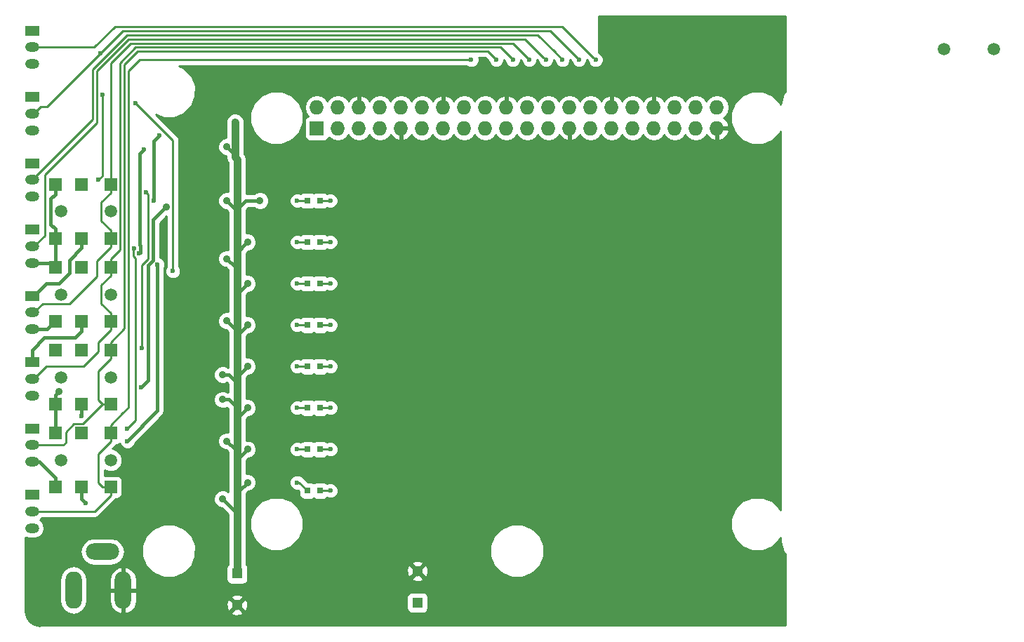
<source format=gtl>
G04 #@! TF.GenerationSoftware,KiCad,Pcbnew,(2017-06-12 revision 19d5cc754)-master*
G04 #@! TF.CreationDate,2017-12-09T12:00:16+01:00*
G04 #@! TF.ProjectId,RPi_Hat,5250695F4861742E6B696361645F7063,rev?*
G04 #@! TF.FileFunction,Copper,L1,Top,Signal*
G04 #@! TF.FilePolarity,Positive*
%FSLAX46Y46*%
G04 Gerber Fmt 4.6, Leading zero omitted, Abs format (unit mm)*
G04 Created by KiCad (PCBNEW (2017-06-12 revision 19d5cc754)-master) date 2017 December 09, Saturday 12:00:16*
%MOMM*%
%LPD*%
G01*
G04 APERTURE LIST*
%ADD10C,0.100000*%
%ADD11C,1.500000*%
%ADD12O,1.700000X1.200000*%
%ADD13R,1.700000X1.200000*%
%ADD14R,1.500000X1.500000*%
%ADD15O,4.000000X2.000000*%
%ADD16O,2.000000X4.500000*%
%ADD17R,1.727200X1.727200*%
%ADD18O,1.727200X1.727200*%
%ADD19R,1.300000X1.300000*%
%ADD20C,1.300000*%
%ADD21R,0.797560X0.797560*%
%ADD22C,0.900000*%
%ADD23C,0.600000*%
%ADD24C,0.400000*%
%ADD25C,0.900000*%
%ADD26C,0.250000*%
%ADD27C,0.254000*%
G04 APERTURE END LIST*
D10*
D11*
X90000000Y4250000D03*
X84000000Y4250000D03*
D12*
X-26000000Y-53500000D03*
X-26000000Y-51500000D03*
D13*
X-26000000Y-49500000D03*
X-26000000Y-41500000D03*
D12*
X-26000000Y-43500000D03*
X-26000000Y-45500000D03*
X-26000000Y-37500000D03*
X-26000000Y-35500000D03*
D13*
X-26000000Y-33500000D03*
X-26000000Y-25500000D03*
D12*
X-26000000Y-27500000D03*
X-26000000Y-29500000D03*
X-26000000Y-21500000D03*
X-26000000Y-19500000D03*
D13*
X-26000000Y-17500000D03*
X-26000000Y-9500000D03*
D12*
X-26000000Y-11500000D03*
X-26000000Y-13500000D03*
X-26000000Y-5500000D03*
X-26000000Y-3500000D03*
D13*
X-26000000Y-1500000D03*
X-26000000Y6500000D03*
D12*
X-26000000Y4500000D03*
X-26000000Y2500000D03*
D11*
X-16500000Y-45311510D03*
X-22500000Y-45311510D03*
D14*
X-16500000Y-48561510D03*
X-20000000Y-48561510D03*
X-23200000Y-48561510D03*
X-16500000Y-42061510D03*
X-20000000Y-42061510D03*
X-23200000Y-42061510D03*
X-23200000Y-32061510D03*
X-20000000Y-32061510D03*
X-16500000Y-32061510D03*
X-23200000Y-38561510D03*
X-20000000Y-38561510D03*
X-16500000Y-38561510D03*
D11*
X-22500000Y-35311510D03*
X-16500000Y-35311510D03*
X-16500000Y-45311510D03*
X-22500000Y-45311510D03*
D14*
X-23200000Y-22061510D03*
X-20000000Y-22061510D03*
X-16500000Y-22061510D03*
X-23200000Y-28561510D03*
X-20000000Y-28561510D03*
X-16500000Y-28561510D03*
D11*
X-22500000Y-25311510D03*
X-16500000Y-25311510D03*
X-16500000Y-15311510D03*
X-22500000Y-15311510D03*
D14*
X-16500000Y-18561510D03*
X-20000000Y-18561510D03*
X-23200000Y-18561510D03*
X-16500000Y-12061510D03*
X-20000000Y-12061510D03*
X-23200000Y-12061510D03*
D11*
X-22500000Y-15311510D03*
X-16500000Y-15311510D03*
X-16500000Y-25311510D03*
X-22500000Y-25311510D03*
X-22500000Y-35311510D03*
X-16500000Y-35311510D03*
D15*
X-17500000Y-56350000D03*
D16*
X-15000000Y-61000000D03*
X-21000000Y-61000000D03*
D17*
X8370000Y-5270000D03*
D18*
X8370000Y-2730000D03*
X10910000Y-5270000D03*
X10910000Y-2730000D03*
X13450000Y-5270000D03*
X13450000Y-2730000D03*
X15990000Y-5270000D03*
X15990000Y-2730000D03*
X18530000Y-5270000D03*
X18530000Y-2730000D03*
X21070000Y-5270000D03*
X21070000Y-2730000D03*
X23610000Y-5270000D03*
X23610000Y-2730000D03*
X26150000Y-5270000D03*
X26150000Y-2730000D03*
X28690000Y-5270000D03*
X28690000Y-2730000D03*
X31230000Y-5270000D03*
X31230000Y-2730000D03*
X33770000Y-5270000D03*
X33770000Y-2730000D03*
X36310000Y-5270000D03*
X36310000Y-2730000D03*
X38850000Y-5270000D03*
X38850000Y-2730000D03*
X41390000Y-5270000D03*
X41390000Y-2730000D03*
X43930000Y-5270000D03*
X43930000Y-2730000D03*
X46470000Y-5270000D03*
X46470000Y-2730000D03*
X49010000Y-5270000D03*
X49010000Y-2730000D03*
X51550000Y-5270000D03*
X51550000Y-2730000D03*
X54090000Y-5270000D03*
X54090000Y-2730000D03*
X56630000Y-5270000D03*
X56630000Y-2730000D03*
D19*
X20500000Y-62500000D03*
D20*
X20500000Y-58700000D03*
X-1250000Y-62800000D03*
D19*
X-1250000Y-59000000D03*
D21*
X8749300Y-49000000D03*
X7250700Y-49000000D03*
X7250700Y-44000000D03*
X8749300Y-44000000D03*
X8749300Y-39000000D03*
X7250700Y-39000000D03*
X7250700Y-34000000D03*
X8749300Y-34000000D03*
X8749300Y-29000000D03*
X7250700Y-29000000D03*
X8749300Y-24000000D03*
X7250700Y-24000000D03*
X7250700Y-19000000D03*
X8749300Y-19000000D03*
X7250700Y-14000000D03*
X8749300Y-14000000D03*
D22*
X44000000Y-11000000D03*
X42000000Y-11000000D03*
X40000000Y-11000000D03*
X38000000Y-11000000D03*
X36000000Y-11000000D03*
X34000000Y-11000000D03*
X32000000Y-11000000D03*
X30000000Y-11000000D03*
X15000000Y500000D03*
X40000000Y-51000000D03*
X40000000Y-46500000D03*
X40000000Y-41000000D03*
X40000000Y-36000000D03*
X40000000Y-31000000D03*
X40000000Y-26000000D03*
X40000000Y-21000000D03*
X40000000Y-16000000D03*
X28000000Y-50000000D03*
X28000000Y-45000000D03*
X28000000Y-40000000D03*
X28000000Y-35000000D03*
X28000000Y-30000000D03*
X28000000Y-25000000D03*
X28000000Y-20000000D03*
X28000000Y-15000000D03*
X25500000Y-50000000D03*
X25500000Y-45000000D03*
X25500000Y-40000000D03*
X25500000Y-35000000D03*
X25500000Y-30000000D03*
X25500000Y-25000000D03*
X25500000Y-20000000D03*
X25500000Y-15000000D03*
X17000000Y-16000000D03*
X17000000Y-21000000D03*
X17000000Y-26000000D03*
X17000000Y-31000000D03*
X17000000Y-51000000D03*
X17000000Y-45999996D03*
X17000000Y-41000016D03*
X17000000Y-36000000D03*
X-22750000Y-37000000D03*
X0Y-48000000D03*
X0Y-44000000D03*
X0Y-39000000D03*
X0Y-34000000D03*
X0Y-29000000D03*
X0Y-19000000D03*
X0Y-24000000D03*
X1500000Y-14000000D03*
X-1500000Y-4500000D03*
X-2500000Y-7500000D03*
X-2500000Y-14000000D03*
X-2500000Y-21000000D03*
X-2500000Y-28500000D03*
X-3000000Y-35000000D03*
X-3000000Y-38000000D03*
X-2500000Y-43000000D03*
X-3000000Y-50000000D03*
D23*
X-19500000Y-50500000D03*
X10000000Y-49000000D03*
X-20000000Y-40000000D03*
X10000000Y-44000000D03*
X10000000Y-39000000D03*
X10000000Y-34000000D03*
X-10857683Y-21728769D03*
X-14500000Y-43000000D03*
X10000000Y-29000000D03*
D22*
X-9825010Y-14725961D03*
D23*
X-12824990Y-36500000D03*
X10000000Y-24000000D03*
X-13076368Y-20371758D03*
X-12500000Y-7800011D03*
X10000000Y-19000000D03*
X6000000Y-48000000D03*
X6000000Y-44000000D03*
X6000000Y-39000000D03*
X6000000Y-34000000D03*
X6000000Y-29000000D03*
X6000000Y-24000000D03*
X6000000Y-19000000D03*
X6000000Y-14000000D03*
X27000000Y3000000D03*
X30000000Y3000000D03*
X32000000Y3000000D03*
X34000000Y3000000D03*
X36000000Y3000000D03*
X-13699968Y-19745661D03*
X-14500000Y-41500000D03*
X38000000Y3000000D03*
X-12250000Y-13000000D03*
X-12750000Y-31750000D03*
X40000000Y3000000D03*
X-17785605Y3750000D03*
X-13500000Y-2250000D03*
X-9000000Y-22500000D03*
X-10602305Y-6102305D03*
X-11324990Y-14000000D03*
X10000000Y-14000000D03*
X42000000Y3000000D03*
X-17500000Y-1250000D03*
X-18000000Y-11500000D03*
D24*
X36000000Y-11000000D02*
X35000000Y-11000000D01*
X34000000Y-11000000D02*
X35000000Y-11000000D01*
X32000000Y-11000000D02*
X31000000Y-11000000D01*
X28000000Y-15000000D02*
X28000000Y-16000000D01*
X17000000Y-16000000D02*
X17500000Y-16500000D01*
X15500000Y-52500000D02*
X17000000Y-51000000D01*
X16550001Y-46449995D02*
X17000000Y-45999996D01*
X15500000Y-47499996D02*
X16550001Y-46449995D01*
X15500000Y-47500000D02*
X15500000Y-47499996D01*
X16550001Y-41450015D02*
X17000000Y-41000016D01*
X15500000Y-42500000D02*
X15500016Y-42500000D01*
X15500016Y-42500000D02*
X16550001Y-41450015D01*
X-23200000Y-38561510D02*
X-23200000Y-37450000D01*
X-23200000Y-37450000D02*
X-22750000Y-37000000D01*
X-26000000Y-45500000D02*
X-25111510Y-45500000D01*
X-25111510Y-45500000D02*
X-23200000Y-47411510D01*
X-23200000Y-47411510D02*
X-23200000Y-48561510D01*
X-23200000Y-38561510D02*
X-23200000Y-42061510D01*
X-26000000Y-29500000D02*
X-24138490Y-29500000D01*
X-24138490Y-29500000D02*
X-23200000Y-28561510D01*
X-26000000Y-21500000D02*
X-23761510Y-21500000D01*
X-23761510Y-21500000D02*
X-23200000Y-22061510D01*
X-23200000Y-18561510D02*
X-23200000Y-22061510D01*
X-23200000Y-12061510D02*
X-23200000Y-13211510D01*
X-23200000Y-13211510D02*
X-23750001Y-13761511D01*
X-23750001Y-13761511D02*
X-23750001Y-16861509D01*
X-23750001Y-16861509D02*
X-23200000Y-17411510D01*
X-23200000Y-17411510D02*
X-23200000Y-18561510D01*
D25*
X-1250000Y-51500000D02*
X-1250000Y-49000000D01*
X-1250000Y-49000000D02*
X-1250000Y-45000000D01*
D24*
X0Y-48000000D02*
X-1000000Y-49000000D01*
X-1000000Y-49000000D02*
X-1250000Y-49000000D01*
D25*
X-1250000Y-45000000D02*
X-1250000Y-44000000D01*
D24*
X0Y-44000000D02*
X-1000000Y-45000000D01*
X-1000000Y-45000000D02*
X-1250000Y-45000000D01*
D25*
X-1250000Y-44000000D02*
X-1250000Y-40000000D01*
X-1250000Y-40000000D02*
X-1250000Y-39000000D01*
D24*
X0Y-39000000D02*
X-1000000Y-40000000D01*
X-1000000Y-40000000D02*
X-1250000Y-40000000D01*
D25*
X-1250000Y-36000000D02*
X-1250000Y-35500000D01*
X-1250000Y-35500000D02*
X-1250000Y-30000000D01*
D24*
X0Y-34000000D02*
X-1250000Y-35250000D01*
X-1250000Y-35250000D02*
X-1250000Y-35500000D01*
X-1000000Y-30000000D02*
X-1250000Y-30000000D01*
D25*
X-1250000Y-30000000D02*
X-1250000Y-29500000D01*
D24*
X0Y-29000000D02*
X-1000000Y-30000000D01*
X-449999Y-19449999D02*
X0Y-19000000D01*
X-1250000Y-20000000D02*
X-1000000Y-20000000D01*
X-1000000Y-20000000D02*
X-449999Y-19449999D01*
D25*
X-1250000Y-29500000D02*
X-1250000Y-25500000D01*
X-1250000Y-25500000D02*
X-1250000Y-22000000D01*
D24*
X0Y-24000000D02*
X-1250000Y-25250000D01*
X-1250000Y-25250000D02*
X-1250000Y-25500000D01*
D25*
X-1250000Y-22000000D02*
X-1250000Y-20000000D01*
X-1250000Y-20000000D02*
X-1250000Y-17000000D01*
D24*
X1500000Y-14000000D02*
X-250000Y-14000000D01*
X-250000Y-14000000D02*
X-1250000Y-15000000D01*
D25*
X-1500000Y-5136396D02*
X-1500000Y-4500000D01*
X-1500000Y-8750000D02*
X-1500000Y-5136396D01*
X-1250000Y-9000000D02*
X-1500000Y-8750000D01*
D24*
X-2500000Y-7500000D02*
X-1250000Y-8750000D01*
X-1250000Y-8750000D02*
X-1250000Y-9000000D01*
D25*
X-1250000Y-17000000D02*
X-1250000Y-15000000D01*
X-1250000Y-15000000D02*
X-1250000Y-9000000D01*
D24*
X-2500000Y-14000000D02*
X-1500000Y-15000000D01*
X-1500000Y-15000000D02*
X-1250000Y-15000000D01*
X-2500000Y-21000000D02*
X-1500000Y-22000000D01*
X-1500000Y-22000000D02*
X-1250000Y-22000000D01*
X-2500000Y-28500000D02*
X-1500000Y-29500000D01*
X-1500000Y-29500000D02*
X-1250000Y-29500000D01*
D25*
X-1250000Y-38000000D02*
X-1250000Y-36000000D01*
D24*
X-3000000Y-35000000D02*
X-2250000Y-35000000D01*
X-2250000Y-35000000D02*
X-1250000Y-36000000D01*
D25*
X-1250000Y-39000000D02*
X-1250000Y-38000000D01*
D24*
X-3000000Y-38000000D02*
X-2250000Y-38000000D01*
X-2250000Y-38000000D02*
X-1250000Y-39000000D01*
X-2500000Y-43000000D02*
X-1500000Y-44000000D01*
X-1500000Y-44000000D02*
X-1250000Y-44000000D01*
D25*
X-1250000Y-59000000D02*
X-1250000Y-51500000D01*
D24*
X-3000000Y-50000000D02*
X-1500000Y-51500000D01*
X-1500000Y-51500000D02*
X-1250000Y-51500000D01*
X-20000000Y-48561510D02*
X-20000000Y-50000000D01*
X-20000000Y-50000000D02*
X-19500000Y-50500000D01*
D26*
X8749300Y-49000000D02*
X10000000Y-49000000D01*
D24*
X-20000000Y-38561510D02*
X-20000000Y-40000000D01*
D26*
X8749300Y-44000000D02*
X10000000Y-44000000D01*
D24*
X-24500000Y-30500000D02*
X-26000000Y-32000000D01*
X-26000000Y-32000000D02*
X-26000000Y-33500000D01*
X-20788490Y-30500000D02*
X-24500000Y-30500000D01*
X-20000000Y-28561510D02*
X-20000000Y-29711510D01*
X-20000000Y-29711510D02*
X-20788490Y-30500000D01*
D26*
X8749300Y-39000000D02*
X10000000Y-39000000D01*
D24*
X-20000000Y-18561510D02*
X-20000000Y-19711510D01*
X-20000000Y-19711510D02*
X-21500000Y-21211510D01*
X-21500000Y-21211510D02*
X-21500000Y-22761512D01*
X-21500000Y-22761512D02*
X-22738488Y-24000000D01*
X-22738488Y-24000000D02*
X-24250000Y-24000000D01*
X-24250000Y-24000000D02*
X-25750000Y-25500000D01*
X-25750000Y-25500000D02*
X-26000000Y-25500000D01*
D26*
X8749300Y-34000000D02*
X10000000Y-34000000D01*
D24*
X-10857683Y-39357683D02*
X-10857683Y-22153033D01*
X-14500000Y-43000000D02*
X-10857683Y-39357683D01*
X-10857683Y-22153033D02*
X-10857683Y-21728769D01*
D26*
X8749300Y-29000000D02*
X10000000Y-29000000D01*
D24*
X-12824990Y-36500000D02*
X-11999999Y-35675009D01*
X-11424989Y-21238177D02*
X-11424989Y-16325940D01*
X-11999999Y-21813187D02*
X-11424989Y-21238177D01*
X-11999999Y-35675009D02*
X-11999999Y-21813187D01*
X-11424989Y-16325940D02*
X-10275009Y-15175960D01*
X-10275009Y-15175960D02*
X-9825010Y-14725961D01*
D26*
X8749300Y-24000000D02*
X10000000Y-24000000D01*
D24*
X-12949966Y-19385659D02*
X-12949966Y-20245356D01*
X-13000000Y-19335625D02*
X-12949966Y-19385659D01*
X-13000000Y-8300011D02*
X-13000000Y-19335625D01*
X-12500000Y-7800011D02*
X-13000000Y-8300011D01*
X-12949966Y-20245356D02*
X-13076368Y-20371758D01*
D26*
X8749300Y-19000000D02*
X10000000Y-19000000D01*
X6000000Y-48000000D02*
X6250700Y-48000000D01*
X6250700Y-48000000D02*
X7250700Y-49000000D01*
X6000000Y-44000000D02*
X7250700Y-44000000D01*
X6000000Y-39000000D02*
X7250700Y-39000000D01*
X6000000Y-34000000D02*
X7250700Y-34000000D01*
X6000000Y-29000000D02*
X7250700Y-29000000D01*
X6000000Y-24000000D02*
X7250700Y-24000000D01*
X6000000Y-19000000D02*
X7250700Y-19000000D01*
X6000000Y-14000000D02*
X7250700Y-14000000D01*
X27000000Y3000000D02*
X26000000Y3000000D01*
X-13000000Y3000000D02*
X27000000Y3000000D01*
X-13000000Y3000000D02*
X-14374977Y1625023D01*
X-14374977Y1625023D02*
X-14374977Y-38936487D01*
X-14374977Y-38936487D02*
X-15000000Y-39561510D01*
X-16500000Y-41061510D02*
X-15000000Y-39561510D01*
X-16500000Y-42061510D02*
X-16500000Y-41061510D01*
X-18000000Y-48061510D02*
X-18000000Y-44561510D01*
X-18000000Y-44561510D02*
X-16500000Y-43061510D01*
X-16500000Y-43061510D02*
X-16500000Y-42061510D01*
X-16500000Y-48561510D02*
X-17500000Y-48561510D01*
X-17500000Y-48561510D02*
X-18000000Y-48061510D01*
X-26000000Y-51500000D02*
X-18438490Y-51500000D01*
X-18438490Y-51500000D02*
X-16500000Y-49561510D01*
X-16500000Y-49561510D02*
X-16500000Y-48561510D01*
X27000064Y3999936D02*
X29000064Y3999936D01*
X29000064Y3999936D02*
X30000000Y3000000D01*
X-16500000Y-31061510D02*
X-14874988Y-29436498D01*
X-14874988Y-29436498D02*
X-14874988Y2417890D01*
X-14874988Y2417890D02*
X-13292942Y3999936D01*
X-13292942Y3999936D02*
X27000064Y3999936D01*
X-16500000Y-32061510D02*
X-16500000Y-31061510D01*
X-18000000Y-38061510D02*
X-18000000Y-34561510D01*
X-18000000Y-34561510D02*
X-16500000Y-33061510D01*
X-16500000Y-33061510D02*
X-16500000Y-32061510D01*
X-17500000Y-38561510D02*
X-18000000Y-38061510D01*
X-21924999Y-41924999D02*
X-20936509Y-40936509D01*
X-20936509Y-40936509D02*
X-19874999Y-40936509D01*
X-19874999Y-40936509D02*
X-17500000Y-38561510D01*
X-17500000Y-38561510D02*
X-16500000Y-38561510D01*
X-26000000Y-43500000D02*
X-22193488Y-43500000D01*
X-22193488Y-43500000D02*
X-21924999Y-43231511D01*
X-21924999Y-43231511D02*
X-21924999Y-41924999D01*
X-16500000Y-22061510D02*
X-16500000Y-21061510D01*
X-15374998Y2625000D02*
X-13500052Y4499946D01*
X-16500000Y-21061510D02*
X-15374998Y-19936508D01*
X31000000Y4000000D02*
X32000000Y3000000D01*
X-15374998Y-19936508D02*
X-15374998Y2625000D01*
X-13500052Y4499946D02*
X30500054Y4499946D01*
X30500054Y4499946D02*
X31000000Y4000000D01*
X-16500000Y-28561510D02*
X-16500000Y-27561510D01*
X-16500000Y-27561510D02*
X-17625001Y-26436509D01*
X-17625001Y-26436509D02*
X-17625001Y-24186511D01*
X-17625001Y-24186511D02*
X-16500000Y-23061510D01*
X-16500000Y-23061510D02*
X-16500000Y-22061510D01*
X-18000000Y-32236512D02*
X-18000000Y-31061510D01*
X-18000000Y-31061510D02*
X-16500000Y-29561510D01*
X-16500000Y-29561510D02*
X-16500000Y-28561510D01*
X-24250000Y-34000000D02*
X-19763488Y-34000000D01*
X-19763488Y-34000000D02*
X-18000000Y-32236512D01*
X-26000000Y-35500000D02*
X-25750000Y-35500000D01*
X-25750000Y-35500000D02*
X-24250000Y-34000000D01*
X32000042Y4999958D02*
X33700001Y3299999D01*
X-14121406Y4999958D02*
X32000042Y4999958D01*
X-16500000Y2621364D02*
X-14121406Y4999958D01*
X33700001Y3299999D02*
X34000000Y3000000D01*
X-16500000Y-12061510D02*
X-16500000Y2621364D01*
X-16500000Y-19561510D02*
X-16500000Y-18561510D01*
X-18186511Y-23186511D02*
X-18186511Y-21248021D01*
X-21436511Y-26436511D02*
X-18186511Y-23186511D01*
X-24686511Y-26436511D02*
X-21436511Y-26436511D01*
X-25750000Y-27500000D02*
X-24686511Y-26436511D01*
X-26000000Y-27500000D02*
X-25750000Y-27500000D01*
X-18186511Y-21248021D02*
X-16500000Y-19561510D01*
X-16500000Y-18561510D02*
X-16500000Y-17561510D01*
X-16500000Y-17561510D02*
X-17625001Y-16436509D01*
X-17625001Y-16436509D02*
X-17625001Y-14186511D01*
X-17625001Y-14186511D02*
X-16500000Y-13061510D01*
X-16500000Y-13061510D02*
X-16500000Y-12061510D01*
X35700001Y3299999D02*
X36000000Y3000000D01*
X33500032Y5499968D02*
X35700001Y3299999D01*
X-14328520Y5499968D02*
X33500032Y5499968D01*
X-18175002Y1653486D02*
X-14328520Y5499968D01*
X-18175002Y-4591510D02*
X-18175002Y1653486D01*
X-24475001Y-10891509D02*
X-18175002Y-4591510D01*
X-24475001Y-18225001D02*
X-24475001Y-10891509D01*
X-25750000Y-19500000D02*
X-24475001Y-18225001D01*
X-26000000Y-19500000D02*
X-25750000Y-19500000D01*
X-13500000Y-40500000D02*
X-13500000Y-20947128D01*
X-14500000Y-41500000D02*
X-13500000Y-40500000D01*
X-13751369Y-19797062D02*
X-13699968Y-19745661D01*
X-13751369Y-20695759D02*
X-13751369Y-19797062D01*
X-13500000Y-20947128D02*
X-13751369Y-20695759D01*
X16000000Y5999979D02*
X35000021Y5999979D01*
X35000021Y5999979D02*
X37000000Y4000000D01*
X37000000Y4000000D02*
X38000000Y3000000D01*
X-18675012Y1860598D02*
X-14535631Y5999979D01*
X-14535631Y5999979D02*
X-11464391Y5999979D01*
X-11464391Y5999979D02*
X16000000Y5999979D01*
X-26000000Y-11500000D02*
X-18675013Y-4175013D01*
X-18675013Y-4175013D02*
X-18675012Y1860598D01*
X-12000000Y-13250000D02*
X-12250000Y-13000000D01*
X-12000000Y-15750000D02*
X-12000000Y-15500000D01*
X-12000000Y-21000000D02*
X-12000000Y-15750000D01*
X-12000000Y-15750000D02*
X-12000000Y-13250000D01*
X-12750000Y-21750000D02*
X-12000000Y-21000000D01*
X-12750000Y-31750000D02*
X-12750000Y-21750000D01*
X16000000Y5999979D02*
X16414223Y5999979D01*
X-15035615Y6499990D02*
X-17785605Y3750000D01*
X40000000Y3000000D02*
X36500011Y6499989D01*
X36500011Y6499989D02*
X-15035615Y6499990D01*
X-15035615Y6499990D02*
X-24185605Y-2650000D01*
X-24185605Y-2650000D02*
X-24900000Y-2650000D01*
X-24900000Y-2650000D02*
X-25750000Y-3500000D01*
X-25750000Y-3500000D02*
X-26000000Y-3500000D01*
X-9000000Y-6750000D02*
X-13500000Y-2250000D01*
X-9000000Y-22500000D02*
X-9000000Y-6750000D01*
D24*
X-11324990Y-6824990D02*
X-10902304Y-6402304D01*
X-10902304Y-6402304D02*
X-10602305Y-6102305D01*
X-11324990Y-14000000D02*
X-11324990Y-6824990D01*
D26*
X8749300Y-14000000D02*
X10000000Y-14000000D01*
X-26000000Y4500000D02*
X-18500000Y4500000D01*
X-18500000Y4500000D02*
X-16000000Y7000000D01*
X-16000000Y7000000D02*
X31585756Y7000000D01*
X31585756Y7000000D02*
X31585777Y7000021D01*
X31585777Y7000021D02*
X32414224Y7000020D01*
X32414224Y7000020D02*
X32414244Y7000000D01*
X32414244Y7000000D02*
X38000000Y7000000D01*
X38000000Y7000000D02*
X41700001Y3299999D01*
X41700001Y3299999D02*
X42000000Y3000000D01*
X-17500000Y-11000000D02*
X-17500000Y-1250000D01*
X-18000000Y-11500000D02*
X-17500000Y-11000000D01*
D27*
G36*
X64873000Y-785198D02*
X64620744Y-1162725D01*
X64563143Y-1301789D01*
X64518463Y-1409654D01*
X64328162Y-2366363D01*
X64328162Y-2394311D01*
X64237313Y-2174439D01*
X63330336Y-1265877D01*
X62144706Y-773561D01*
X60860926Y-772441D01*
X59674439Y-1262687D01*
X58765877Y-2169664D01*
X58273561Y-3355294D01*
X58272441Y-4639074D01*
X58762687Y-5825561D01*
X59669664Y-6734123D01*
X60855294Y-7226439D01*
X62139074Y-7227559D01*
X63325561Y-6737313D01*
X64234123Y-5830336D01*
X64315000Y-5635562D01*
X64315000Y-51362456D01*
X64237313Y-51174439D01*
X63330336Y-50265877D01*
X62144706Y-49773561D01*
X60860926Y-49772441D01*
X59674439Y-50262687D01*
X58765877Y-51169664D01*
X58273561Y-52355294D01*
X58272441Y-53639074D01*
X58762687Y-54825561D01*
X59669664Y-55734123D01*
X60855294Y-56226439D01*
X62139074Y-56227559D01*
X63325561Y-55737313D01*
X64234123Y-54830336D01*
X64315000Y-54635562D01*
X64315000Y-55000000D01*
X64328162Y-55066170D01*
X64328162Y-55133637D01*
X64518463Y-56090346D01*
X64560830Y-56192627D01*
X64620744Y-56337275D01*
X64873000Y-56714802D01*
X64873000Y-65265000D01*
X-25000000Y-65265000D01*
X-25091950Y-65283290D01*
X-25689435Y-65164443D01*
X-26273911Y-64773908D01*
X-26664443Y-64189435D01*
X-26783290Y-63591950D01*
X-26765000Y-63500000D01*
X-26765000Y-59693480D01*
X-22635000Y-59693480D01*
X-22635000Y-62306520D01*
X-22510543Y-62932207D01*
X-22156120Y-63462640D01*
X-21625687Y-63817063D01*
X-21000000Y-63941520D01*
X-20374313Y-63817063D01*
X-19843880Y-63462640D01*
X-19489457Y-62932207D01*
X-19365000Y-62306520D01*
X-19365000Y-61127000D01*
X-16635000Y-61127000D01*
X-16635000Y-62377000D01*
X-16461942Y-62993020D01*
X-16066317Y-63495922D01*
X-15508355Y-63809144D01*
X-15380434Y-63840124D01*
X-15127000Y-63720777D01*
X-15127000Y-61127000D01*
X-14873000Y-61127000D01*
X-14873000Y-63720777D01*
X-14619566Y-63840124D01*
X-14491645Y-63809144D01*
X-14295468Y-63699016D01*
X-1969410Y-63699016D01*
X-1913729Y-63929611D01*
X-1430922Y-64097622D01*
X-920572Y-64068083D01*
X-586271Y-63929611D01*
X-530590Y-63699016D01*
X-1250000Y-62979605D01*
X-1969410Y-63699016D01*
X-14295468Y-63699016D01*
X-13933683Y-63495922D01*
X-13538058Y-62993020D01*
X-13433007Y-62619078D01*
X-2547622Y-62619078D01*
X-2518083Y-63129428D01*
X-2379611Y-63463729D01*
X-2149016Y-63519410D01*
X-1429605Y-62800000D01*
X-1070395Y-62800000D01*
X-350984Y-63519410D01*
X-120389Y-63463729D01*
X47622Y-62980922D01*
X18083Y-62470572D01*
X-120389Y-62136271D01*
X-350984Y-62080590D01*
X-1070395Y-62800000D01*
X-1429605Y-62800000D01*
X-2149016Y-62080590D01*
X-2379611Y-62136271D01*
X-2547622Y-62619078D01*
X-13433007Y-62619078D01*
X-13365000Y-62377000D01*
X-13365000Y-61900984D01*
X-1969410Y-61900984D01*
X-1250000Y-62620395D01*
X-530590Y-61900984D01*
X-542900Y-61850000D01*
X19202560Y-61850000D01*
X19202560Y-63150000D01*
X19251843Y-63397765D01*
X19392191Y-63607809D01*
X19602235Y-63748157D01*
X19850000Y-63797440D01*
X21150000Y-63797440D01*
X21397765Y-63748157D01*
X21607809Y-63607809D01*
X21748157Y-63397765D01*
X21797440Y-63150000D01*
X21797440Y-61850000D01*
X21748157Y-61602235D01*
X21607809Y-61392191D01*
X21397765Y-61251843D01*
X21150000Y-61202560D01*
X19850000Y-61202560D01*
X19602235Y-61251843D01*
X19392191Y-61392191D01*
X19251843Y-61602235D01*
X19202560Y-61850000D01*
X-542900Y-61850000D01*
X-586271Y-61670389D01*
X-1069078Y-61502378D01*
X-1579428Y-61531917D01*
X-1913729Y-61670389D01*
X-1969410Y-61900984D01*
X-13365000Y-61900984D01*
X-13365000Y-61127000D01*
X-14873000Y-61127000D01*
X-15127000Y-61127000D01*
X-16635000Y-61127000D01*
X-19365000Y-61127000D01*
X-19365000Y-59693480D01*
X-19379019Y-59623000D01*
X-16635000Y-59623000D01*
X-16635000Y-60873000D01*
X-15127000Y-60873000D01*
X-15127000Y-58279223D01*
X-14873000Y-58279223D01*
X-14873000Y-60873000D01*
X-13365000Y-60873000D01*
X-13365000Y-59623000D01*
X-13538058Y-59006980D01*
X-13933683Y-58504078D01*
X-14491645Y-58190856D01*
X-14619566Y-58159876D01*
X-14873000Y-58279223D01*
X-15127000Y-58279223D01*
X-15380434Y-58159876D01*
X-15508355Y-58190856D01*
X-16066317Y-58504078D01*
X-16461942Y-59006980D01*
X-16635000Y-59623000D01*
X-19379019Y-59623000D01*
X-19489457Y-59067793D01*
X-19843880Y-58537360D01*
X-20374313Y-58182937D01*
X-21000000Y-58058480D01*
X-21625687Y-58182937D01*
X-22156120Y-58537360D01*
X-22510543Y-59067793D01*
X-22635000Y-59693480D01*
X-26765000Y-59693480D01*
X-26765000Y-56350000D01*
X-20186623Y-56350000D01*
X-20062166Y-56975687D01*
X-19707743Y-57506120D01*
X-19177310Y-57860543D01*
X-18551623Y-57985000D01*
X-16448377Y-57985000D01*
X-15822690Y-57860543D01*
X-15292257Y-57506120D01*
X-14937834Y-56975687D01*
X-14920606Y-56889074D01*
X-12727559Y-56889074D01*
X-12237313Y-58075561D01*
X-11330336Y-58984123D01*
X-10144706Y-59476439D01*
X-8860926Y-59477559D01*
X-7674439Y-58987313D01*
X-6765877Y-58080336D01*
X-6273561Y-56894706D01*
X-6272441Y-55610926D01*
X-6762687Y-54424439D01*
X-7669664Y-53515877D01*
X-8855294Y-53023561D01*
X-10139074Y-53022441D01*
X-11325561Y-53512687D01*
X-12234123Y-54419664D01*
X-12726439Y-55605294D01*
X-12727559Y-56889074D01*
X-14920606Y-56889074D01*
X-14813377Y-56350000D01*
X-14937834Y-55724313D01*
X-15292257Y-55193880D01*
X-15822690Y-54839457D01*
X-16448377Y-54715000D01*
X-18551623Y-54715000D01*
X-19177310Y-54839457D01*
X-19707743Y-55193880D01*
X-20062166Y-55724313D01*
X-20186623Y-56350000D01*
X-26765000Y-56350000D01*
X-26765000Y-54632109D01*
X-26751707Y-54640991D01*
X-26279093Y-54735000D01*
X-25720907Y-54735000D01*
X-25248293Y-54640991D01*
X-24847630Y-54373277D01*
X-24579916Y-53972614D01*
X-24485907Y-53500000D01*
X-24579916Y-53027386D01*
X-24847630Y-52626723D01*
X-25037285Y-52500000D01*
X-24847630Y-52373277D01*
X-24771941Y-52260000D01*
X-18438490Y-52260000D01*
X-18147651Y-52202148D01*
X-17901089Y-52037401D01*
X-15962599Y-50098911D01*
X-15869080Y-49958950D01*
X-15750000Y-49958950D01*
X-15502235Y-49909667D01*
X-15292191Y-49769319D01*
X-15151843Y-49559275D01*
X-15102560Y-49311510D01*
X-15102560Y-47811510D01*
X-15151843Y-47563745D01*
X-15292191Y-47353701D01*
X-15502235Y-47213353D01*
X-15750000Y-47164070D01*
X-17240000Y-47164070D01*
X-17240000Y-46503891D01*
X-16776702Y-46696269D01*
X-16225715Y-46696750D01*
X-15716485Y-46486341D01*
X-15326539Y-46097074D01*
X-15115241Y-45588212D01*
X-15114760Y-45037225D01*
X-15325169Y-44527995D01*
X-15714436Y-44138049D01*
X-16223298Y-43926751D01*
X-16290380Y-43926692D01*
X-15962599Y-43598911D01*
X-15869080Y-43458950D01*
X-15750000Y-43458950D01*
X-15502235Y-43409667D01*
X-15376982Y-43325975D01*
X-15293117Y-43528943D01*
X-15030327Y-43792192D01*
X-14686799Y-43934838D01*
X-14314833Y-43935162D01*
X-13971057Y-43793117D01*
X-13707808Y-43530327D01*
X-13607222Y-43288090D01*
X-10267249Y-39948117D01*
X-10191667Y-39835000D01*
X-10086244Y-39677224D01*
X-10022683Y-39357683D01*
X-10022683Y-35214873D01*
X-4085188Y-35214873D01*
X-3920354Y-35613800D01*
X-3615405Y-35919282D01*
X-3216767Y-36084811D01*
X-2785127Y-36085188D01*
X-2474167Y-35956701D01*
X-2335000Y-36095868D01*
X-2335000Y-37130400D01*
X-2384595Y-37080718D01*
X-2783233Y-36915189D01*
X-3214873Y-36914812D01*
X-3613800Y-37079646D01*
X-3919282Y-37384595D01*
X-4084811Y-37783233D01*
X-4085188Y-38214873D01*
X-3920354Y-38613800D01*
X-3615405Y-38919282D01*
X-3216767Y-39084811D01*
X-2785127Y-39085188D01*
X-2474167Y-38956701D01*
X-2335000Y-39095868D01*
X-2335000Y-41915144D01*
X-2714873Y-41914812D01*
X-3113800Y-42079646D01*
X-3419282Y-42384595D01*
X-3584811Y-42783233D01*
X-3585188Y-43214873D01*
X-3420354Y-43613800D01*
X-3115405Y-43919282D01*
X-2716767Y-44084811D01*
X-2595951Y-44084917D01*
X-2335000Y-44345868D01*
X-2335000Y-49130400D01*
X-2384595Y-49080718D01*
X-2783233Y-48915189D01*
X-3214873Y-48914812D01*
X-3613800Y-49079646D01*
X-3919282Y-49384595D01*
X-4084811Y-49783233D01*
X-4085188Y-50214873D01*
X-3920354Y-50613800D01*
X-3615405Y-50919282D01*
X-3216767Y-51084811D01*
X-3095951Y-51084917D01*
X-2335000Y-51845868D01*
X-2335000Y-57876950D01*
X-2357809Y-57892191D01*
X-2498157Y-58102235D01*
X-2547440Y-58350000D01*
X-2547440Y-59650000D01*
X-2498157Y-59897765D01*
X-2357809Y-60107809D01*
X-2147765Y-60248157D01*
X-1900000Y-60297440D01*
X-600000Y-60297440D01*
X-352235Y-60248157D01*
X-142191Y-60107809D01*
X-1843Y-59897765D01*
X47440Y-59650000D01*
X47440Y-59599016D01*
X19780590Y-59599016D01*
X19836271Y-59829611D01*
X20319078Y-59997622D01*
X20829428Y-59968083D01*
X21163729Y-59829611D01*
X21219410Y-59599016D01*
X20500000Y-58879605D01*
X19780590Y-59599016D01*
X47440Y-59599016D01*
X47440Y-58519078D01*
X19202378Y-58519078D01*
X19231917Y-59029428D01*
X19370389Y-59363729D01*
X19600984Y-59419410D01*
X20320395Y-58700000D01*
X20679605Y-58700000D01*
X21399016Y-59419410D01*
X21629611Y-59363729D01*
X21797622Y-58880922D01*
X21768083Y-58370572D01*
X21629611Y-58036271D01*
X21399016Y-57980590D01*
X20679605Y-58700000D01*
X20320395Y-58700000D01*
X19600984Y-57980590D01*
X19370389Y-58036271D01*
X19202378Y-58519078D01*
X47440Y-58519078D01*
X47440Y-58350000D01*
X-1843Y-58102235D01*
X-142191Y-57892191D01*
X-165000Y-57876950D01*
X-165000Y-57800984D01*
X19780590Y-57800984D01*
X20500000Y-58520395D01*
X21219410Y-57800984D01*
X21163729Y-57570389D01*
X20680922Y-57402378D01*
X20170572Y-57431917D01*
X19836271Y-57570389D01*
X19780590Y-57800984D01*
X-165000Y-57800984D01*
X-165000Y-56889074D01*
X29272441Y-56889074D01*
X29762687Y-58075561D01*
X30669664Y-58984123D01*
X31855294Y-59476439D01*
X33139074Y-59477559D01*
X34325561Y-58987313D01*
X35234123Y-58080336D01*
X35726439Y-56894706D01*
X35727559Y-55610926D01*
X35237313Y-54424439D01*
X34330336Y-53515877D01*
X33144706Y-53023561D01*
X31860926Y-53022441D01*
X30674439Y-53512687D01*
X29765877Y-54419664D01*
X29273561Y-55605294D01*
X29272441Y-56889074D01*
X-165000Y-56889074D01*
X-165000Y-53639074D01*
X272441Y-53639074D01*
X762687Y-54825561D01*
X1669664Y-55734123D01*
X2855294Y-56226439D01*
X4139074Y-56227559D01*
X5325561Y-55737313D01*
X6234123Y-54830336D01*
X6726439Y-53644706D01*
X6727559Y-52360926D01*
X6237313Y-51174439D01*
X5330336Y-50265877D01*
X4144706Y-49773561D01*
X2860926Y-49772441D01*
X1674439Y-50262687D01*
X765877Y-51169664D01*
X273561Y-52355294D01*
X272441Y-53639074D01*
X-165000Y-53639074D01*
X-165000Y-49345868D01*
X95784Y-49085084D01*
X214873Y-49085188D01*
X613800Y-48920354D01*
X919282Y-48615405D01*
X1084811Y-48216767D01*
X1084838Y-48185167D01*
X5064838Y-48185167D01*
X5206883Y-48528943D01*
X5469673Y-48792192D01*
X5813201Y-48934838D01*
X6110995Y-48935097D01*
X6204480Y-49028582D01*
X6204480Y-49398780D01*
X6253763Y-49646545D01*
X6394111Y-49856589D01*
X6604155Y-49996937D01*
X6851920Y-50046220D01*
X7649480Y-50046220D01*
X7897245Y-49996937D01*
X8000000Y-49928278D01*
X8102755Y-49996937D01*
X8350520Y-50046220D01*
X9148080Y-50046220D01*
X9395845Y-49996937D01*
X9605889Y-49856589D01*
X9609987Y-49850456D01*
X9813201Y-49934838D01*
X10185167Y-49935162D01*
X10528943Y-49793117D01*
X10792192Y-49530327D01*
X10934838Y-49186799D01*
X10935162Y-48814833D01*
X10793117Y-48471057D01*
X10530327Y-48207808D01*
X10186799Y-48065162D01*
X9814833Y-48064838D01*
X9609953Y-48149493D01*
X9605889Y-48143411D01*
X9395845Y-48003063D01*
X9148080Y-47953780D01*
X8350520Y-47953780D01*
X8102755Y-48003063D01*
X8000000Y-48071722D01*
X7897245Y-48003063D01*
X7649480Y-47953780D01*
X7279282Y-47953780D01*
X6788101Y-47462599D01*
X6777809Y-47455722D01*
X6530327Y-47207808D01*
X6186799Y-47065162D01*
X5814833Y-47064838D01*
X5471057Y-47206883D01*
X5207808Y-47469673D01*
X5065162Y-47813201D01*
X5064838Y-48185167D01*
X1084838Y-48185167D01*
X1085188Y-47785127D01*
X920354Y-47386200D01*
X615405Y-47080718D01*
X216767Y-46915189D01*
X-165000Y-46914856D01*
X-165000Y-45345868D01*
X95784Y-45085084D01*
X214873Y-45085188D01*
X613800Y-44920354D01*
X919282Y-44615405D01*
X1084811Y-44216767D01*
X1084838Y-44185167D01*
X5064838Y-44185167D01*
X5206883Y-44528943D01*
X5469673Y-44792192D01*
X5813201Y-44934838D01*
X6185167Y-44935162D01*
X6390047Y-44850507D01*
X6394111Y-44856589D01*
X6604155Y-44996937D01*
X6851920Y-45046220D01*
X7649480Y-45046220D01*
X7897245Y-44996937D01*
X8000000Y-44928278D01*
X8102755Y-44996937D01*
X8350520Y-45046220D01*
X9148080Y-45046220D01*
X9395845Y-44996937D01*
X9605889Y-44856589D01*
X9609987Y-44850456D01*
X9813201Y-44934838D01*
X10185167Y-44935162D01*
X10528943Y-44793117D01*
X10792192Y-44530327D01*
X10934838Y-44186799D01*
X10935162Y-43814833D01*
X10793117Y-43471057D01*
X10530327Y-43207808D01*
X10186799Y-43065162D01*
X9814833Y-43064838D01*
X9609953Y-43149493D01*
X9605889Y-43143411D01*
X9395845Y-43003063D01*
X9148080Y-42953780D01*
X8350520Y-42953780D01*
X8102755Y-43003063D01*
X8000000Y-43071722D01*
X7897245Y-43003063D01*
X7649480Y-42953780D01*
X6851920Y-42953780D01*
X6604155Y-43003063D01*
X6394111Y-43143411D01*
X6390013Y-43149544D01*
X6186799Y-43065162D01*
X5814833Y-43064838D01*
X5471057Y-43206883D01*
X5207808Y-43469673D01*
X5065162Y-43813201D01*
X5064838Y-44185167D01*
X1084838Y-44185167D01*
X1085188Y-43785127D01*
X920354Y-43386200D01*
X615405Y-43080718D01*
X216767Y-42915189D01*
X-165000Y-42914856D01*
X-165000Y-40345868D01*
X95784Y-40085084D01*
X214873Y-40085188D01*
X613800Y-39920354D01*
X919282Y-39615405D01*
X1084811Y-39216767D01*
X1084838Y-39185167D01*
X5064838Y-39185167D01*
X5206883Y-39528943D01*
X5469673Y-39792192D01*
X5813201Y-39934838D01*
X6185167Y-39935162D01*
X6390047Y-39850507D01*
X6394111Y-39856589D01*
X6604155Y-39996937D01*
X6851920Y-40046220D01*
X7649480Y-40046220D01*
X7897245Y-39996937D01*
X8000000Y-39928278D01*
X8102755Y-39996937D01*
X8350520Y-40046220D01*
X9148080Y-40046220D01*
X9395845Y-39996937D01*
X9605889Y-39856589D01*
X9609987Y-39850456D01*
X9813201Y-39934838D01*
X10185167Y-39935162D01*
X10528943Y-39793117D01*
X10792192Y-39530327D01*
X10934838Y-39186799D01*
X10935162Y-38814833D01*
X10793117Y-38471057D01*
X10530327Y-38207808D01*
X10186799Y-38065162D01*
X9814833Y-38064838D01*
X9609953Y-38149493D01*
X9605889Y-38143411D01*
X9395845Y-38003063D01*
X9148080Y-37953780D01*
X8350520Y-37953780D01*
X8102755Y-38003063D01*
X8000000Y-38071722D01*
X7897245Y-38003063D01*
X7649480Y-37953780D01*
X6851920Y-37953780D01*
X6604155Y-38003063D01*
X6394111Y-38143411D01*
X6390013Y-38149544D01*
X6186799Y-38065162D01*
X5814833Y-38064838D01*
X5471057Y-38206883D01*
X5207808Y-38469673D01*
X5065162Y-38813201D01*
X5064838Y-39185167D01*
X1084838Y-39185167D01*
X1085188Y-38785127D01*
X920354Y-38386200D01*
X615405Y-38080718D01*
X216767Y-37915189D01*
X-165000Y-37914856D01*
X-165000Y-35345868D01*
X95784Y-35085084D01*
X214873Y-35085188D01*
X613800Y-34920354D01*
X919282Y-34615405D01*
X1084811Y-34216767D01*
X1084838Y-34185167D01*
X5064838Y-34185167D01*
X5206883Y-34528943D01*
X5469673Y-34792192D01*
X5813201Y-34934838D01*
X6185167Y-34935162D01*
X6390047Y-34850507D01*
X6394111Y-34856589D01*
X6604155Y-34996937D01*
X6851920Y-35046220D01*
X7649480Y-35046220D01*
X7897245Y-34996937D01*
X8000000Y-34928278D01*
X8102755Y-34996937D01*
X8350520Y-35046220D01*
X9148080Y-35046220D01*
X9395845Y-34996937D01*
X9605889Y-34856589D01*
X9609987Y-34850456D01*
X9813201Y-34934838D01*
X10185167Y-34935162D01*
X10528943Y-34793117D01*
X10792192Y-34530327D01*
X10934838Y-34186799D01*
X10935162Y-33814833D01*
X10793117Y-33471057D01*
X10530327Y-33207808D01*
X10186799Y-33065162D01*
X9814833Y-33064838D01*
X9609953Y-33149493D01*
X9605889Y-33143411D01*
X9395845Y-33003063D01*
X9148080Y-32953780D01*
X8350520Y-32953780D01*
X8102755Y-33003063D01*
X8000000Y-33071722D01*
X7897245Y-33003063D01*
X7649480Y-32953780D01*
X6851920Y-32953780D01*
X6604155Y-33003063D01*
X6394111Y-33143411D01*
X6390013Y-33149544D01*
X6186799Y-33065162D01*
X5814833Y-33064838D01*
X5471057Y-33206883D01*
X5207808Y-33469673D01*
X5065162Y-33813201D01*
X5064838Y-34185167D01*
X1084838Y-34185167D01*
X1085188Y-33785127D01*
X920354Y-33386200D01*
X615405Y-33080718D01*
X216767Y-32915189D01*
X-165000Y-32914856D01*
X-165000Y-30345868D01*
X95784Y-30085084D01*
X214873Y-30085188D01*
X613800Y-29920354D01*
X919282Y-29615405D01*
X1084811Y-29216767D01*
X1084838Y-29185167D01*
X5064838Y-29185167D01*
X5206883Y-29528943D01*
X5469673Y-29792192D01*
X5813201Y-29934838D01*
X6185167Y-29935162D01*
X6390047Y-29850507D01*
X6394111Y-29856589D01*
X6604155Y-29996937D01*
X6851920Y-30046220D01*
X7649480Y-30046220D01*
X7897245Y-29996937D01*
X8000000Y-29928278D01*
X8102755Y-29996937D01*
X8350520Y-30046220D01*
X9148080Y-30046220D01*
X9395845Y-29996937D01*
X9605889Y-29856589D01*
X9609987Y-29850456D01*
X9813201Y-29934838D01*
X10185167Y-29935162D01*
X10528943Y-29793117D01*
X10792192Y-29530327D01*
X10934838Y-29186799D01*
X10935162Y-28814833D01*
X10793117Y-28471057D01*
X10530327Y-28207808D01*
X10186799Y-28065162D01*
X9814833Y-28064838D01*
X9609953Y-28149493D01*
X9605889Y-28143411D01*
X9395845Y-28003063D01*
X9148080Y-27953780D01*
X8350520Y-27953780D01*
X8102755Y-28003063D01*
X8000000Y-28071722D01*
X7897245Y-28003063D01*
X7649480Y-27953780D01*
X6851920Y-27953780D01*
X6604155Y-28003063D01*
X6394111Y-28143411D01*
X6390013Y-28149544D01*
X6186799Y-28065162D01*
X5814833Y-28064838D01*
X5471057Y-28206883D01*
X5207808Y-28469673D01*
X5065162Y-28813201D01*
X5064838Y-29185167D01*
X1084838Y-29185167D01*
X1085188Y-28785127D01*
X920354Y-28386200D01*
X615405Y-28080718D01*
X216767Y-27915189D01*
X-165000Y-27914856D01*
X-165000Y-25345868D01*
X95784Y-25085084D01*
X214873Y-25085188D01*
X613800Y-24920354D01*
X919282Y-24615405D01*
X1084811Y-24216767D01*
X1084838Y-24185167D01*
X5064838Y-24185167D01*
X5206883Y-24528943D01*
X5469673Y-24792192D01*
X5813201Y-24934838D01*
X6185167Y-24935162D01*
X6390047Y-24850507D01*
X6394111Y-24856589D01*
X6604155Y-24996937D01*
X6851920Y-25046220D01*
X7649480Y-25046220D01*
X7897245Y-24996937D01*
X8000000Y-24928278D01*
X8102755Y-24996937D01*
X8350520Y-25046220D01*
X9148080Y-25046220D01*
X9395845Y-24996937D01*
X9605889Y-24856589D01*
X9609987Y-24850456D01*
X9813201Y-24934838D01*
X10185167Y-24935162D01*
X10528943Y-24793117D01*
X10792192Y-24530327D01*
X10934838Y-24186799D01*
X10935162Y-23814833D01*
X10793117Y-23471057D01*
X10530327Y-23207808D01*
X10186799Y-23065162D01*
X9814833Y-23064838D01*
X9609953Y-23149493D01*
X9605889Y-23143411D01*
X9395845Y-23003063D01*
X9148080Y-22953780D01*
X8350520Y-22953780D01*
X8102755Y-23003063D01*
X8000000Y-23071722D01*
X7897245Y-23003063D01*
X7649480Y-22953780D01*
X6851920Y-22953780D01*
X6604155Y-23003063D01*
X6394111Y-23143411D01*
X6390013Y-23149544D01*
X6186799Y-23065162D01*
X5814833Y-23064838D01*
X5471057Y-23206883D01*
X5207808Y-23469673D01*
X5065162Y-23813201D01*
X5064838Y-24185167D01*
X1084838Y-24185167D01*
X1085188Y-23785127D01*
X920354Y-23386200D01*
X615405Y-23080718D01*
X216767Y-22915189D01*
X-165000Y-22914856D01*
X-165000Y-20345868D01*
X95784Y-20085084D01*
X214873Y-20085188D01*
X613800Y-19920354D01*
X919282Y-19615405D01*
X1084811Y-19216767D01*
X1084838Y-19185167D01*
X5064838Y-19185167D01*
X5206883Y-19528943D01*
X5469673Y-19792192D01*
X5813201Y-19934838D01*
X6185167Y-19935162D01*
X6390047Y-19850507D01*
X6394111Y-19856589D01*
X6604155Y-19996937D01*
X6851920Y-20046220D01*
X7649480Y-20046220D01*
X7897245Y-19996937D01*
X8000000Y-19928278D01*
X8102755Y-19996937D01*
X8350520Y-20046220D01*
X9148080Y-20046220D01*
X9395845Y-19996937D01*
X9605889Y-19856589D01*
X9609987Y-19850456D01*
X9813201Y-19934838D01*
X10185167Y-19935162D01*
X10528943Y-19793117D01*
X10792192Y-19530327D01*
X10934838Y-19186799D01*
X10935162Y-18814833D01*
X10793117Y-18471057D01*
X10530327Y-18207808D01*
X10186799Y-18065162D01*
X9814833Y-18064838D01*
X9609953Y-18149493D01*
X9605889Y-18143411D01*
X9395845Y-18003063D01*
X9148080Y-17953780D01*
X8350520Y-17953780D01*
X8102755Y-18003063D01*
X8000000Y-18071722D01*
X7897245Y-18003063D01*
X7649480Y-17953780D01*
X6851920Y-17953780D01*
X6604155Y-18003063D01*
X6394111Y-18143411D01*
X6390013Y-18149544D01*
X6186799Y-18065162D01*
X5814833Y-18064838D01*
X5471057Y-18206883D01*
X5207808Y-18469673D01*
X5065162Y-18813201D01*
X5064838Y-19185167D01*
X1084838Y-19185167D01*
X1085188Y-18785127D01*
X920354Y-18386200D01*
X615405Y-18080718D01*
X216767Y-17915189D01*
X-165000Y-17914856D01*
X-165000Y-15095868D01*
X95868Y-14835000D01*
X800460Y-14835000D01*
X884595Y-14919282D01*
X1283233Y-15084811D01*
X1714873Y-15085188D01*
X2113800Y-14920354D01*
X2419282Y-14615405D01*
X2584811Y-14216767D01*
X2584838Y-14185167D01*
X5064838Y-14185167D01*
X5206883Y-14528943D01*
X5469673Y-14792192D01*
X5813201Y-14934838D01*
X6185167Y-14935162D01*
X6390047Y-14850507D01*
X6394111Y-14856589D01*
X6604155Y-14996937D01*
X6851920Y-15046220D01*
X7649480Y-15046220D01*
X7897245Y-14996937D01*
X8000000Y-14928278D01*
X8102755Y-14996937D01*
X8350520Y-15046220D01*
X9148080Y-15046220D01*
X9395845Y-14996937D01*
X9605889Y-14856589D01*
X9609987Y-14850456D01*
X9813201Y-14934838D01*
X10185167Y-14935162D01*
X10528943Y-14793117D01*
X10792192Y-14530327D01*
X10934838Y-14186799D01*
X10935162Y-13814833D01*
X10793117Y-13471057D01*
X10530327Y-13207808D01*
X10186799Y-13065162D01*
X9814833Y-13064838D01*
X9609953Y-13149493D01*
X9605889Y-13143411D01*
X9395845Y-13003063D01*
X9148080Y-12953780D01*
X8350520Y-12953780D01*
X8102755Y-13003063D01*
X8000000Y-13071722D01*
X7897245Y-13003063D01*
X7649480Y-12953780D01*
X6851920Y-12953780D01*
X6604155Y-13003063D01*
X6394111Y-13143411D01*
X6390013Y-13149544D01*
X6186799Y-13065162D01*
X5814833Y-13064838D01*
X5471057Y-13206883D01*
X5207808Y-13469673D01*
X5065162Y-13813201D01*
X5064838Y-14185167D01*
X2584838Y-14185167D01*
X2585188Y-13785127D01*
X2420354Y-13386200D01*
X2115405Y-13080718D01*
X1716767Y-12915189D01*
X1285127Y-12914812D01*
X886200Y-13079646D01*
X800697Y-13165000D01*
X-165000Y-13165000D01*
X-165000Y-9000000D01*
X-247591Y-8584788D01*
X-415000Y-8334242D01*
X-415000Y-4639074D01*
X272441Y-4639074D01*
X762687Y-5825561D01*
X1669664Y-6734123D01*
X2855294Y-7226439D01*
X4139074Y-7227559D01*
X5325561Y-6737313D01*
X6234123Y-5830336D01*
X6726439Y-4644706D01*
X6726646Y-4406400D01*
X6858960Y-4406400D01*
X6858960Y-6133600D01*
X6908243Y-6381365D01*
X7048591Y-6591409D01*
X7258635Y-6731757D01*
X7506400Y-6781040D01*
X9233600Y-6781040D01*
X9481365Y-6731757D01*
X9691409Y-6591409D01*
X9831757Y-6381365D01*
X9839441Y-6342733D01*
X9850330Y-6359029D01*
X10336511Y-6683885D01*
X10910000Y-6797959D01*
X11483489Y-6683885D01*
X11969670Y-6359029D01*
X12180000Y-6044248D01*
X12390330Y-6359029D01*
X12876511Y-6683885D01*
X13450000Y-6797959D01*
X14023489Y-6683885D01*
X14509670Y-6359029D01*
X14720000Y-6044248D01*
X14930330Y-6359029D01*
X15416511Y-6683885D01*
X15990000Y-6797959D01*
X16563489Y-6683885D01*
X17049670Y-6359029D01*
X17265664Y-6035772D01*
X17323179Y-6158490D01*
X17755053Y-6552688D01*
X18170974Y-6724958D01*
X18403000Y-6603817D01*
X18403000Y-5397000D01*
X18383000Y-5397000D01*
X18383000Y-5143000D01*
X18403000Y-5143000D01*
X18403000Y-5123000D01*
X18657000Y-5123000D01*
X18657000Y-5143000D01*
X18677000Y-5143000D01*
X18677000Y-5397000D01*
X18657000Y-5397000D01*
X18657000Y-6603817D01*
X18889026Y-6724958D01*
X19304947Y-6552688D01*
X19736821Y-6158490D01*
X19794336Y-6035772D01*
X20010330Y-6359029D01*
X20496511Y-6683885D01*
X21070000Y-6797959D01*
X21643489Y-6683885D01*
X22129670Y-6359029D01*
X22340000Y-6044248D01*
X22550330Y-6359029D01*
X23036511Y-6683885D01*
X23610000Y-6797959D01*
X24183489Y-6683885D01*
X24669670Y-6359029D01*
X24880000Y-6044248D01*
X25090330Y-6359029D01*
X25576511Y-6683885D01*
X26150000Y-6797959D01*
X26723489Y-6683885D01*
X27209670Y-6359029D01*
X27420000Y-6044248D01*
X27630330Y-6359029D01*
X28116511Y-6683885D01*
X28690000Y-6797959D01*
X29263489Y-6683885D01*
X29749670Y-6359029D01*
X29960000Y-6044248D01*
X30170330Y-6359029D01*
X30656511Y-6683885D01*
X31230000Y-6797959D01*
X31803489Y-6683885D01*
X32289670Y-6359029D01*
X32500000Y-6044248D01*
X32710330Y-6359029D01*
X33196511Y-6683885D01*
X33770000Y-6797959D01*
X34343489Y-6683885D01*
X34829670Y-6359029D01*
X35040000Y-6044248D01*
X35250330Y-6359029D01*
X35736511Y-6683885D01*
X36310000Y-6797959D01*
X36883489Y-6683885D01*
X37369670Y-6359029D01*
X37585664Y-6035772D01*
X37643179Y-6158490D01*
X38075053Y-6552688D01*
X38490974Y-6724958D01*
X38723000Y-6603817D01*
X38723000Y-5397000D01*
X38703000Y-5397000D01*
X38703000Y-5143000D01*
X38723000Y-5143000D01*
X38723000Y-5123000D01*
X38977000Y-5123000D01*
X38977000Y-5143000D01*
X38997000Y-5143000D01*
X38997000Y-5397000D01*
X38977000Y-5397000D01*
X38977000Y-6603817D01*
X39209026Y-6724958D01*
X39624947Y-6552688D01*
X40056821Y-6158490D01*
X40114336Y-6035772D01*
X40330330Y-6359029D01*
X40816511Y-6683885D01*
X41390000Y-6797959D01*
X41963489Y-6683885D01*
X42449670Y-6359029D01*
X42660000Y-6044248D01*
X42870330Y-6359029D01*
X43356511Y-6683885D01*
X43930000Y-6797959D01*
X44503489Y-6683885D01*
X44989670Y-6359029D01*
X45200000Y-6044248D01*
X45410330Y-6359029D01*
X45896511Y-6683885D01*
X46470000Y-6797959D01*
X47043489Y-6683885D01*
X47529670Y-6359029D01*
X47740000Y-6044248D01*
X47950330Y-6359029D01*
X48436511Y-6683885D01*
X49010000Y-6797959D01*
X49583489Y-6683885D01*
X50069670Y-6359029D01*
X50280000Y-6044248D01*
X50490330Y-6359029D01*
X50976511Y-6683885D01*
X51550000Y-6797959D01*
X52123489Y-6683885D01*
X52609670Y-6359029D01*
X52820000Y-6044248D01*
X53030330Y-6359029D01*
X53516511Y-6683885D01*
X54090000Y-6797959D01*
X54663489Y-6683885D01*
X55149670Y-6359029D01*
X55365664Y-6035772D01*
X55423179Y-6158490D01*
X55855053Y-6552688D01*
X56270974Y-6724958D01*
X56503000Y-6603817D01*
X56503000Y-5397000D01*
X56757000Y-5397000D01*
X56757000Y-6603817D01*
X56989026Y-6724958D01*
X57404947Y-6552688D01*
X57836821Y-6158490D01*
X58084968Y-5629027D01*
X57964469Y-5397000D01*
X56757000Y-5397000D01*
X56503000Y-5397000D01*
X56483000Y-5397000D01*
X56483000Y-5143000D01*
X56503000Y-5143000D01*
X56503000Y-5123000D01*
X56757000Y-5123000D01*
X56757000Y-5143000D01*
X57964469Y-5143000D01*
X58084968Y-4910973D01*
X57836821Y-4381510D01*
X57418839Y-3999992D01*
X57689670Y-3819029D01*
X58014526Y-3332848D01*
X58128600Y-2759359D01*
X58128600Y-2700641D01*
X58014526Y-2127152D01*
X57689670Y-1640971D01*
X57203489Y-1316115D01*
X56630000Y-1202041D01*
X56056511Y-1316115D01*
X55570330Y-1640971D01*
X55360000Y-1955752D01*
X55149670Y-1640971D01*
X54663489Y-1316115D01*
X54090000Y-1202041D01*
X53516511Y-1316115D01*
X53030330Y-1640971D01*
X52820000Y-1955752D01*
X52609670Y-1640971D01*
X52123489Y-1316115D01*
X51550000Y-1202041D01*
X50976511Y-1316115D01*
X50490330Y-1640971D01*
X50274336Y-1964228D01*
X50216821Y-1841510D01*
X49784947Y-1447312D01*
X49369026Y-1275042D01*
X49137000Y-1396183D01*
X49137000Y-2603000D01*
X49157000Y-2603000D01*
X49157000Y-2857000D01*
X49137000Y-2857000D01*
X49137000Y-2877000D01*
X48883000Y-2877000D01*
X48883000Y-2857000D01*
X48863000Y-2857000D01*
X48863000Y-2603000D01*
X48883000Y-2603000D01*
X48883000Y-1396183D01*
X48650974Y-1275042D01*
X48235053Y-1447312D01*
X47803179Y-1841510D01*
X47745664Y-1964228D01*
X47529670Y-1640971D01*
X47043489Y-1316115D01*
X46470000Y-1202041D01*
X45896511Y-1316115D01*
X45410330Y-1640971D01*
X45194336Y-1964228D01*
X45136821Y-1841510D01*
X44704947Y-1447312D01*
X44289026Y-1275042D01*
X44057000Y-1396183D01*
X44057000Y-2603000D01*
X44077000Y-2603000D01*
X44077000Y-2857000D01*
X44057000Y-2857000D01*
X44057000Y-2877000D01*
X43803000Y-2877000D01*
X43803000Y-2857000D01*
X43783000Y-2857000D01*
X43783000Y-2603000D01*
X43803000Y-2603000D01*
X43803000Y-1396183D01*
X43570974Y-1275042D01*
X43155053Y-1447312D01*
X42723179Y-1841510D01*
X42665664Y-1964228D01*
X42449670Y-1640971D01*
X41963489Y-1316115D01*
X41390000Y-1202041D01*
X40816511Y-1316115D01*
X40330330Y-1640971D01*
X40120000Y-1955752D01*
X39909670Y-1640971D01*
X39423489Y-1316115D01*
X38850000Y-1202041D01*
X38276511Y-1316115D01*
X37790330Y-1640971D01*
X37580000Y-1955752D01*
X37369670Y-1640971D01*
X36883489Y-1316115D01*
X36310000Y-1202041D01*
X35736511Y-1316115D01*
X35250330Y-1640971D01*
X35040000Y-1955752D01*
X34829670Y-1640971D01*
X34343489Y-1316115D01*
X33770000Y-1202041D01*
X33196511Y-1316115D01*
X32710330Y-1640971D01*
X32494336Y-1964228D01*
X32436821Y-1841510D01*
X32004947Y-1447312D01*
X31589026Y-1275042D01*
X31357000Y-1396183D01*
X31357000Y-2603000D01*
X31377000Y-2603000D01*
X31377000Y-2857000D01*
X31357000Y-2857000D01*
X31357000Y-2877000D01*
X31103000Y-2877000D01*
X31103000Y-2857000D01*
X31083000Y-2857000D01*
X31083000Y-2603000D01*
X31103000Y-2603000D01*
X31103000Y-1396183D01*
X30870974Y-1275042D01*
X30455053Y-1447312D01*
X30023179Y-1841510D01*
X29965664Y-1964228D01*
X29749670Y-1640971D01*
X29263489Y-1316115D01*
X28690000Y-1202041D01*
X28116511Y-1316115D01*
X27630330Y-1640971D01*
X27420000Y-1955752D01*
X27209670Y-1640971D01*
X26723489Y-1316115D01*
X26150000Y-1202041D01*
X25576511Y-1316115D01*
X25090330Y-1640971D01*
X24874336Y-1964228D01*
X24816821Y-1841510D01*
X24384947Y-1447312D01*
X23969026Y-1275042D01*
X23737000Y-1396183D01*
X23737000Y-2603000D01*
X23757000Y-2603000D01*
X23757000Y-2857000D01*
X23737000Y-2857000D01*
X23737000Y-2877000D01*
X23483000Y-2877000D01*
X23483000Y-2857000D01*
X23463000Y-2857000D01*
X23463000Y-2603000D01*
X23483000Y-2603000D01*
X23483000Y-1396183D01*
X23250974Y-1275042D01*
X22835053Y-1447312D01*
X22403179Y-1841510D01*
X22345664Y-1964228D01*
X22129670Y-1640971D01*
X21643489Y-1316115D01*
X21070000Y-1202041D01*
X20496511Y-1316115D01*
X20010330Y-1640971D01*
X19800000Y-1955752D01*
X19589670Y-1640971D01*
X19103489Y-1316115D01*
X18530000Y-1202041D01*
X17956511Y-1316115D01*
X17470330Y-1640971D01*
X17260000Y-1955752D01*
X17049670Y-1640971D01*
X16563489Y-1316115D01*
X15990000Y-1202041D01*
X15416511Y-1316115D01*
X14930330Y-1640971D01*
X14714336Y-1964228D01*
X14656821Y-1841510D01*
X14224947Y-1447312D01*
X13809026Y-1275042D01*
X13577000Y-1396183D01*
X13577000Y-2603000D01*
X13597000Y-2603000D01*
X13597000Y-2857000D01*
X13577000Y-2857000D01*
X13577000Y-2877000D01*
X13323000Y-2877000D01*
X13323000Y-2857000D01*
X13303000Y-2857000D01*
X13303000Y-2603000D01*
X13323000Y-2603000D01*
X13323000Y-1396183D01*
X13090974Y-1275042D01*
X12675053Y-1447312D01*
X12243179Y-1841510D01*
X12185664Y-1964228D01*
X11969670Y-1640971D01*
X11483489Y-1316115D01*
X10910000Y-1202041D01*
X10336511Y-1316115D01*
X9850330Y-1640971D01*
X9640000Y-1955752D01*
X9429670Y-1640971D01*
X8943489Y-1316115D01*
X8370000Y-1202041D01*
X7796511Y-1316115D01*
X7310330Y-1640971D01*
X6985474Y-2127152D01*
X6871400Y-2700641D01*
X6871400Y-2759359D01*
X6985474Y-3332848D01*
X7297904Y-3800432D01*
X7258635Y-3808243D01*
X7048591Y-3948591D01*
X6908243Y-4158635D01*
X6858960Y-4406400D01*
X6726646Y-4406400D01*
X6727559Y-3360926D01*
X6237313Y-2174439D01*
X5330336Y-1265877D01*
X4144706Y-773561D01*
X2860926Y-772441D01*
X1674439Y-1262687D01*
X765877Y-2169664D01*
X273561Y-3355294D01*
X272441Y-4639074D01*
X-415000Y-4639074D01*
X-415000Y-4500000D01*
X-414812Y-4285127D01*
X-579646Y-3886200D01*
X-884595Y-3580718D01*
X-1283233Y-3415189D01*
X-1714873Y-3414812D01*
X-2113800Y-3579646D01*
X-2419282Y-3884595D01*
X-2584811Y-4283233D01*
X-2585188Y-4714873D01*
X-2585000Y-4715328D01*
X-2585000Y-6414925D01*
X-2714873Y-6414812D01*
X-3113800Y-6579646D01*
X-3419282Y-6884595D01*
X-3584811Y-7283233D01*
X-3585188Y-7714873D01*
X-3420354Y-8113800D01*
X-3115405Y-8419282D01*
X-2716767Y-8584811D01*
X-2595951Y-8584917D01*
X-2585000Y-8595868D01*
X-2585000Y-8750000D01*
X-2502409Y-9165212D01*
X-2335365Y-9415211D01*
X-2335000Y-9415757D01*
X-2335000Y-12915144D01*
X-2714873Y-12914812D01*
X-3113800Y-13079646D01*
X-3419282Y-13384595D01*
X-3584811Y-13783233D01*
X-3585188Y-14214873D01*
X-3420354Y-14613800D01*
X-3115405Y-14919282D01*
X-2716767Y-15084811D01*
X-2595951Y-15084917D01*
X-2335000Y-15345868D01*
X-2335000Y-19915144D01*
X-2714873Y-19914812D01*
X-3113800Y-20079646D01*
X-3419282Y-20384595D01*
X-3584811Y-20783233D01*
X-3585188Y-21214873D01*
X-3420354Y-21613800D01*
X-3115405Y-21919282D01*
X-2716767Y-22084811D01*
X-2595951Y-22084917D01*
X-2335000Y-22345868D01*
X-2335000Y-27415144D01*
X-2714873Y-27414812D01*
X-3113800Y-27579646D01*
X-3419282Y-27884595D01*
X-3584811Y-28283233D01*
X-3585188Y-28714873D01*
X-3420354Y-29113800D01*
X-3115405Y-29419282D01*
X-2716767Y-29584811D01*
X-2595951Y-29584917D01*
X-2335000Y-29845868D01*
X-2335000Y-34130400D01*
X-2384595Y-34080718D01*
X-2783233Y-33915189D01*
X-3214873Y-33914812D01*
X-3613800Y-34079646D01*
X-3919282Y-34384595D01*
X-4084811Y-34783233D01*
X-4085188Y-35214873D01*
X-10022683Y-35214873D01*
X-10022683Y-22156003D01*
X-9922845Y-21915568D01*
X-9922521Y-21543602D01*
X-10064566Y-21199826D01*
X-10327356Y-20936577D01*
X-10589989Y-20827522D01*
X-10589989Y-16671808D01*
X-9760000Y-15841819D01*
X-9760000Y-21937537D01*
X-9792192Y-21969673D01*
X-9934838Y-22313201D01*
X-9935162Y-22685167D01*
X-9793117Y-23028943D01*
X-9530327Y-23292192D01*
X-9186799Y-23434838D01*
X-8814833Y-23435162D01*
X-8471057Y-23293117D01*
X-8207808Y-23030327D01*
X-8065162Y-22686799D01*
X-8064838Y-22314833D01*
X-8206883Y-21971057D01*
X-8240000Y-21937882D01*
X-8240000Y-6750000D01*
X-8297852Y-6459161D01*
X-8462599Y-6212599D01*
X-11092187Y-3583011D01*
X-10144706Y-3976439D01*
X-8860926Y-3977559D01*
X-7674439Y-3487313D01*
X-6765877Y-2580336D01*
X-6273561Y-1394706D01*
X-6272441Y-110926D01*
X-6762687Y1075561D01*
X-7669664Y1984123D01*
X-8285885Y2240000D01*
X26437537Y2240000D01*
X26469673Y2207808D01*
X26813201Y2065162D01*
X27185167Y2064838D01*
X27528943Y2206883D01*
X27792192Y2469673D01*
X27934838Y2813201D01*
X27935162Y3185167D01*
X27912532Y3239936D01*
X28685262Y3239936D01*
X29064878Y2860320D01*
X29064838Y2814833D01*
X29206883Y2471057D01*
X29469673Y2207808D01*
X29813201Y2065162D01*
X30185167Y2064838D01*
X30528943Y2206883D01*
X30792192Y2469673D01*
X30934838Y2813201D01*
X30934992Y2990206D01*
X31064878Y2860320D01*
X31064838Y2814833D01*
X31206883Y2471057D01*
X31469673Y2207808D01*
X31813201Y2065162D01*
X32185167Y2064838D01*
X32528943Y2206883D01*
X32792192Y2469673D01*
X32934838Y2813201D01*
X32934992Y2990206D01*
X33064878Y2860320D01*
X33064838Y2814833D01*
X33206883Y2471057D01*
X33469673Y2207808D01*
X33813201Y2065162D01*
X34185167Y2064838D01*
X34528943Y2206883D01*
X34792192Y2469673D01*
X34934838Y2813201D01*
X34934992Y2990206D01*
X35064878Y2860320D01*
X35064838Y2814833D01*
X35206883Y2471057D01*
X35469673Y2207808D01*
X35813201Y2065162D01*
X36185167Y2064838D01*
X36528943Y2206883D01*
X36792192Y2469673D01*
X36934838Y2813201D01*
X36934992Y2990206D01*
X37064878Y2860320D01*
X37064838Y2814833D01*
X37206883Y2471057D01*
X37469673Y2207808D01*
X37813201Y2065162D01*
X38185167Y2064838D01*
X38528943Y2206883D01*
X38792192Y2469673D01*
X38934838Y2813201D01*
X38934992Y2990206D01*
X39064878Y2860320D01*
X39064838Y2814833D01*
X39206883Y2471057D01*
X39469673Y2207808D01*
X39813201Y2065162D01*
X40185167Y2064838D01*
X40528943Y2206883D01*
X40792192Y2469673D01*
X40934838Y2813201D01*
X40934992Y2990206D01*
X41064878Y2860320D01*
X41064838Y2814833D01*
X41206883Y2471057D01*
X41469673Y2207808D01*
X41813201Y2065162D01*
X42185167Y2064838D01*
X42528943Y2206883D01*
X42792192Y2469673D01*
X42934838Y2813201D01*
X42935162Y3185167D01*
X42793117Y3528943D01*
X42530327Y3792192D01*
X42377000Y3855859D01*
X42377000Y8250000D01*
X42374016Y8265000D01*
X64873000Y8265000D01*
X64873000Y-785198D01*
X64873000Y-785198D01*
G37*
X64873000Y-785198D02*
X64620744Y-1162725D01*
X64563143Y-1301789D01*
X64518463Y-1409654D01*
X64328162Y-2366363D01*
X64328162Y-2394311D01*
X64237313Y-2174439D01*
X63330336Y-1265877D01*
X62144706Y-773561D01*
X60860926Y-772441D01*
X59674439Y-1262687D01*
X58765877Y-2169664D01*
X58273561Y-3355294D01*
X58272441Y-4639074D01*
X58762687Y-5825561D01*
X59669664Y-6734123D01*
X60855294Y-7226439D01*
X62139074Y-7227559D01*
X63325561Y-6737313D01*
X64234123Y-5830336D01*
X64315000Y-5635562D01*
X64315000Y-51362456D01*
X64237313Y-51174439D01*
X63330336Y-50265877D01*
X62144706Y-49773561D01*
X60860926Y-49772441D01*
X59674439Y-50262687D01*
X58765877Y-51169664D01*
X58273561Y-52355294D01*
X58272441Y-53639074D01*
X58762687Y-54825561D01*
X59669664Y-55734123D01*
X60855294Y-56226439D01*
X62139074Y-56227559D01*
X63325561Y-55737313D01*
X64234123Y-54830336D01*
X64315000Y-54635562D01*
X64315000Y-55000000D01*
X64328162Y-55066170D01*
X64328162Y-55133637D01*
X64518463Y-56090346D01*
X64560830Y-56192627D01*
X64620744Y-56337275D01*
X64873000Y-56714802D01*
X64873000Y-65265000D01*
X-25000000Y-65265000D01*
X-25091950Y-65283290D01*
X-25689435Y-65164443D01*
X-26273911Y-64773908D01*
X-26664443Y-64189435D01*
X-26783290Y-63591950D01*
X-26765000Y-63500000D01*
X-26765000Y-59693480D01*
X-22635000Y-59693480D01*
X-22635000Y-62306520D01*
X-22510543Y-62932207D01*
X-22156120Y-63462640D01*
X-21625687Y-63817063D01*
X-21000000Y-63941520D01*
X-20374313Y-63817063D01*
X-19843880Y-63462640D01*
X-19489457Y-62932207D01*
X-19365000Y-62306520D01*
X-19365000Y-61127000D01*
X-16635000Y-61127000D01*
X-16635000Y-62377000D01*
X-16461942Y-62993020D01*
X-16066317Y-63495922D01*
X-15508355Y-63809144D01*
X-15380434Y-63840124D01*
X-15127000Y-63720777D01*
X-15127000Y-61127000D01*
X-14873000Y-61127000D01*
X-14873000Y-63720777D01*
X-14619566Y-63840124D01*
X-14491645Y-63809144D01*
X-14295468Y-63699016D01*
X-1969410Y-63699016D01*
X-1913729Y-63929611D01*
X-1430922Y-64097622D01*
X-920572Y-64068083D01*
X-586271Y-63929611D01*
X-530590Y-63699016D01*
X-1250000Y-62979605D01*
X-1969410Y-63699016D01*
X-14295468Y-63699016D01*
X-13933683Y-63495922D01*
X-13538058Y-62993020D01*
X-13433007Y-62619078D01*
X-2547622Y-62619078D01*
X-2518083Y-63129428D01*
X-2379611Y-63463729D01*
X-2149016Y-63519410D01*
X-1429605Y-62800000D01*
X-1070395Y-62800000D01*
X-350984Y-63519410D01*
X-120389Y-63463729D01*
X47622Y-62980922D01*
X18083Y-62470572D01*
X-120389Y-62136271D01*
X-350984Y-62080590D01*
X-1070395Y-62800000D01*
X-1429605Y-62800000D01*
X-2149016Y-62080590D01*
X-2379611Y-62136271D01*
X-2547622Y-62619078D01*
X-13433007Y-62619078D01*
X-13365000Y-62377000D01*
X-13365000Y-61900984D01*
X-1969410Y-61900984D01*
X-1250000Y-62620395D01*
X-530590Y-61900984D01*
X-542900Y-61850000D01*
X19202560Y-61850000D01*
X19202560Y-63150000D01*
X19251843Y-63397765D01*
X19392191Y-63607809D01*
X19602235Y-63748157D01*
X19850000Y-63797440D01*
X21150000Y-63797440D01*
X21397765Y-63748157D01*
X21607809Y-63607809D01*
X21748157Y-63397765D01*
X21797440Y-63150000D01*
X21797440Y-61850000D01*
X21748157Y-61602235D01*
X21607809Y-61392191D01*
X21397765Y-61251843D01*
X21150000Y-61202560D01*
X19850000Y-61202560D01*
X19602235Y-61251843D01*
X19392191Y-61392191D01*
X19251843Y-61602235D01*
X19202560Y-61850000D01*
X-542900Y-61850000D01*
X-586271Y-61670389D01*
X-1069078Y-61502378D01*
X-1579428Y-61531917D01*
X-1913729Y-61670389D01*
X-1969410Y-61900984D01*
X-13365000Y-61900984D01*
X-13365000Y-61127000D01*
X-14873000Y-61127000D01*
X-15127000Y-61127000D01*
X-16635000Y-61127000D01*
X-19365000Y-61127000D01*
X-19365000Y-59693480D01*
X-19379019Y-59623000D01*
X-16635000Y-59623000D01*
X-16635000Y-60873000D01*
X-15127000Y-60873000D01*
X-15127000Y-58279223D01*
X-14873000Y-58279223D01*
X-14873000Y-60873000D01*
X-13365000Y-60873000D01*
X-13365000Y-59623000D01*
X-13538058Y-59006980D01*
X-13933683Y-58504078D01*
X-14491645Y-58190856D01*
X-14619566Y-58159876D01*
X-14873000Y-58279223D01*
X-15127000Y-58279223D01*
X-15380434Y-58159876D01*
X-15508355Y-58190856D01*
X-16066317Y-58504078D01*
X-16461942Y-59006980D01*
X-16635000Y-59623000D01*
X-19379019Y-59623000D01*
X-19489457Y-59067793D01*
X-19843880Y-58537360D01*
X-20374313Y-58182937D01*
X-21000000Y-58058480D01*
X-21625687Y-58182937D01*
X-22156120Y-58537360D01*
X-22510543Y-59067793D01*
X-22635000Y-59693480D01*
X-26765000Y-59693480D01*
X-26765000Y-56350000D01*
X-20186623Y-56350000D01*
X-20062166Y-56975687D01*
X-19707743Y-57506120D01*
X-19177310Y-57860543D01*
X-18551623Y-57985000D01*
X-16448377Y-57985000D01*
X-15822690Y-57860543D01*
X-15292257Y-57506120D01*
X-14937834Y-56975687D01*
X-14920606Y-56889074D01*
X-12727559Y-56889074D01*
X-12237313Y-58075561D01*
X-11330336Y-58984123D01*
X-10144706Y-59476439D01*
X-8860926Y-59477559D01*
X-7674439Y-58987313D01*
X-6765877Y-58080336D01*
X-6273561Y-56894706D01*
X-6272441Y-55610926D01*
X-6762687Y-54424439D01*
X-7669664Y-53515877D01*
X-8855294Y-53023561D01*
X-10139074Y-53022441D01*
X-11325561Y-53512687D01*
X-12234123Y-54419664D01*
X-12726439Y-55605294D01*
X-12727559Y-56889074D01*
X-14920606Y-56889074D01*
X-14813377Y-56350000D01*
X-14937834Y-55724313D01*
X-15292257Y-55193880D01*
X-15822690Y-54839457D01*
X-16448377Y-54715000D01*
X-18551623Y-54715000D01*
X-19177310Y-54839457D01*
X-19707743Y-55193880D01*
X-20062166Y-55724313D01*
X-20186623Y-56350000D01*
X-26765000Y-56350000D01*
X-26765000Y-54632109D01*
X-26751707Y-54640991D01*
X-26279093Y-54735000D01*
X-25720907Y-54735000D01*
X-25248293Y-54640991D01*
X-24847630Y-54373277D01*
X-24579916Y-53972614D01*
X-24485907Y-53500000D01*
X-24579916Y-53027386D01*
X-24847630Y-52626723D01*
X-25037285Y-52500000D01*
X-24847630Y-52373277D01*
X-24771941Y-52260000D01*
X-18438490Y-52260000D01*
X-18147651Y-52202148D01*
X-17901089Y-52037401D01*
X-15962599Y-50098911D01*
X-15869080Y-49958950D01*
X-15750000Y-49958950D01*
X-15502235Y-49909667D01*
X-15292191Y-49769319D01*
X-15151843Y-49559275D01*
X-15102560Y-49311510D01*
X-15102560Y-47811510D01*
X-15151843Y-47563745D01*
X-15292191Y-47353701D01*
X-15502235Y-47213353D01*
X-15750000Y-47164070D01*
X-17240000Y-47164070D01*
X-17240000Y-46503891D01*
X-16776702Y-46696269D01*
X-16225715Y-46696750D01*
X-15716485Y-46486341D01*
X-15326539Y-46097074D01*
X-15115241Y-45588212D01*
X-15114760Y-45037225D01*
X-15325169Y-44527995D01*
X-15714436Y-44138049D01*
X-16223298Y-43926751D01*
X-16290380Y-43926692D01*
X-15962599Y-43598911D01*
X-15869080Y-43458950D01*
X-15750000Y-43458950D01*
X-15502235Y-43409667D01*
X-15376982Y-43325975D01*
X-15293117Y-43528943D01*
X-15030327Y-43792192D01*
X-14686799Y-43934838D01*
X-14314833Y-43935162D01*
X-13971057Y-43793117D01*
X-13707808Y-43530327D01*
X-13607222Y-43288090D01*
X-10267249Y-39948117D01*
X-10191667Y-39835000D01*
X-10086244Y-39677224D01*
X-10022683Y-39357683D01*
X-10022683Y-35214873D01*
X-4085188Y-35214873D01*
X-3920354Y-35613800D01*
X-3615405Y-35919282D01*
X-3216767Y-36084811D01*
X-2785127Y-36085188D01*
X-2474167Y-35956701D01*
X-2335000Y-36095868D01*
X-2335000Y-37130400D01*
X-2384595Y-37080718D01*
X-2783233Y-36915189D01*
X-3214873Y-36914812D01*
X-3613800Y-37079646D01*
X-3919282Y-37384595D01*
X-4084811Y-37783233D01*
X-4085188Y-38214873D01*
X-3920354Y-38613800D01*
X-3615405Y-38919282D01*
X-3216767Y-39084811D01*
X-2785127Y-39085188D01*
X-2474167Y-38956701D01*
X-2335000Y-39095868D01*
X-2335000Y-41915144D01*
X-2714873Y-41914812D01*
X-3113800Y-42079646D01*
X-3419282Y-42384595D01*
X-3584811Y-42783233D01*
X-3585188Y-43214873D01*
X-3420354Y-43613800D01*
X-3115405Y-43919282D01*
X-2716767Y-44084811D01*
X-2595951Y-44084917D01*
X-2335000Y-44345868D01*
X-2335000Y-49130400D01*
X-2384595Y-49080718D01*
X-2783233Y-48915189D01*
X-3214873Y-48914812D01*
X-3613800Y-49079646D01*
X-3919282Y-49384595D01*
X-4084811Y-49783233D01*
X-4085188Y-50214873D01*
X-3920354Y-50613800D01*
X-3615405Y-50919282D01*
X-3216767Y-51084811D01*
X-3095951Y-51084917D01*
X-2335000Y-51845868D01*
X-2335000Y-57876950D01*
X-2357809Y-57892191D01*
X-2498157Y-58102235D01*
X-2547440Y-58350000D01*
X-2547440Y-59650000D01*
X-2498157Y-59897765D01*
X-2357809Y-60107809D01*
X-2147765Y-60248157D01*
X-1900000Y-60297440D01*
X-600000Y-60297440D01*
X-352235Y-60248157D01*
X-142191Y-60107809D01*
X-1843Y-59897765D01*
X47440Y-59650000D01*
X47440Y-59599016D01*
X19780590Y-59599016D01*
X19836271Y-59829611D01*
X20319078Y-59997622D01*
X20829428Y-59968083D01*
X21163729Y-59829611D01*
X21219410Y-59599016D01*
X20500000Y-58879605D01*
X19780590Y-59599016D01*
X47440Y-59599016D01*
X47440Y-58519078D01*
X19202378Y-58519078D01*
X19231917Y-59029428D01*
X19370389Y-59363729D01*
X19600984Y-59419410D01*
X20320395Y-58700000D01*
X20679605Y-58700000D01*
X21399016Y-59419410D01*
X21629611Y-59363729D01*
X21797622Y-58880922D01*
X21768083Y-58370572D01*
X21629611Y-58036271D01*
X21399016Y-57980590D01*
X20679605Y-58700000D01*
X20320395Y-58700000D01*
X19600984Y-57980590D01*
X19370389Y-58036271D01*
X19202378Y-58519078D01*
X47440Y-58519078D01*
X47440Y-58350000D01*
X-1843Y-58102235D01*
X-142191Y-57892191D01*
X-165000Y-57876950D01*
X-165000Y-57800984D01*
X19780590Y-57800984D01*
X20500000Y-58520395D01*
X21219410Y-57800984D01*
X21163729Y-57570389D01*
X20680922Y-57402378D01*
X20170572Y-57431917D01*
X19836271Y-57570389D01*
X19780590Y-57800984D01*
X-165000Y-57800984D01*
X-165000Y-56889074D01*
X29272441Y-56889074D01*
X29762687Y-58075561D01*
X30669664Y-58984123D01*
X31855294Y-59476439D01*
X33139074Y-59477559D01*
X34325561Y-58987313D01*
X35234123Y-58080336D01*
X35726439Y-56894706D01*
X35727559Y-55610926D01*
X35237313Y-54424439D01*
X34330336Y-53515877D01*
X33144706Y-53023561D01*
X31860926Y-53022441D01*
X30674439Y-53512687D01*
X29765877Y-54419664D01*
X29273561Y-55605294D01*
X29272441Y-56889074D01*
X-165000Y-56889074D01*
X-165000Y-53639074D01*
X272441Y-53639074D01*
X762687Y-54825561D01*
X1669664Y-55734123D01*
X2855294Y-56226439D01*
X4139074Y-56227559D01*
X5325561Y-55737313D01*
X6234123Y-54830336D01*
X6726439Y-53644706D01*
X6727559Y-52360926D01*
X6237313Y-51174439D01*
X5330336Y-50265877D01*
X4144706Y-49773561D01*
X2860926Y-49772441D01*
X1674439Y-50262687D01*
X765877Y-51169664D01*
X273561Y-52355294D01*
X272441Y-53639074D01*
X-165000Y-53639074D01*
X-165000Y-49345868D01*
X95784Y-49085084D01*
X214873Y-49085188D01*
X613800Y-48920354D01*
X919282Y-48615405D01*
X1084811Y-48216767D01*
X1084838Y-48185167D01*
X5064838Y-48185167D01*
X5206883Y-48528943D01*
X5469673Y-48792192D01*
X5813201Y-48934838D01*
X6110995Y-48935097D01*
X6204480Y-49028582D01*
X6204480Y-49398780D01*
X6253763Y-49646545D01*
X6394111Y-49856589D01*
X6604155Y-49996937D01*
X6851920Y-50046220D01*
X7649480Y-50046220D01*
X7897245Y-49996937D01*
X8000000Y-49928278D01*
X8102755Y-49996937D01*
X8350520Y-50046220D01*
X9148080Y-50046220D01*
X9395845Y-49996937D01*
X9605889Y-49856589D01*
X9609987Y-49850456D01*
X9813201Y-49934838D01*
X10185167Y-49935162D01*
X10528943Y-49793117D01*
X10792192Y-49530327D01*
X10934838Y-49186799D01*
X10935162Y-48814833D01*
X10793117Y-48471057D01*
X10530327Y-48207808D01*
X10186799Y-48065162D01*
X9814833Y-48064838D01*
X9609953Y-48149493D01*
X9605889Y-48143411D01*
X9395845Y-48003063D01*
X9148080Y-47953780D01*
X8350520Y-47953780D01*
X8102755Y-48003063D01*
X8000000Y-48071722D01*
X7897245Y-48003063D01*
X7649480Y-47953780D01*
X7279282Y-47953780D01*
X6788101Y-47462599D01*
X6777809Y-47455722D01*
X6530327Y-47207808D01*
X6186799Y-47065162D01*
X5814833Y-47064838D01*
X5471057Y-47206883D01*
X5207808Y-47469673D01*
X5065162Y-47813201D01*
X5064838Y-48185167D01*
X1084838Y-48185167D01*
X1085188Y-47785127D01*
X920354Y-47386200D01*
X615405Y-47080718D01*
X216767Y-46915189D01*
X-165000Y-46914856D01*
X-165000Y-45345868D01*
X95784Y-45085084D01*
X214873Y-45085188D01*
X613800Y-44920354D01*
X919282Y-44615405D01*
X1084811Y-44216767D01*
X1084838Y-44185167D01*
X5064838Y-44185167D01*
X5206883Y-44528943D01*
X5469673Y-44792192D01*
X5813201Y-44934838D01*
X6185167Y-44935162D01*
X6390047Y-44850507D01*
X6394111Y-44856589D01*
X6604155Y-44996937D01*
X6851920Y-45046220D01*
X7649480Y-45046220D01*
X7897245Y-44996937D01*
X8000000Y-44928278D01*
X8102755Y-44996937D01*
X8350520Y-45046220D01*
X9148080Y-45046220D01*
X9395845Y-44996937D01*
X9605889Y-44856589D01*
X9609987Y-44850456D01*
X9813201Y-44934838D01*
X10185167Y-44935162D01*
X10528943Y-44793117D01*
X10792192Y-44530327D01*
X10934838Y-44186799D01*
X10935162Y-43814833D01*
X10793117Y-43471057D01*
X10530327Y-43207808D01*
X10186799Y-43065162D01*
X9814833Y-43064838D01*
X9609953Y-43149493D01*
X9605889Y-43143411D01*
X9395845Y-43003063D01*
X9148080Y-42953780D01*
X8350520Y-42953780D01*
X8102755Y-43003063D01*
X8000000Y-43071722D01*
X7897245Y-43003063D01*
X7649480Y-42953780D01*
X6851920Y-42953780D01*
X6604155Y-43003063D01*
X6394111Y-43143411D01*
X6390013Y-43149544D01*
X6186799Y-43065162D01*
X5814833Y-43064838D01*
X5471057Y-43206883D01*
X5207808Y-43469673D01*
X5065162Y-43813201D01*
X5064838Y-44185167D01*
X1084838Y-44185167D01*
X1085188Y-43785127D01*
X920354Y-43386200D01*
X615405Y-43080718D01*
X216767Y-42915189D01*
X-165000Y-42914856D01*
X-165000Y-40345868D01*
X95784Y-40085084D01*
X214873Y-40085188D01*
X613800Y-39920354D01*
X919282Y-39615405D01*
X1084811Y-39216767D01*
X1084838Y-39185167D01*
X5064838Y-39185167D01*
X5206883Y-39528943D01*
X5469673Y-39792192D01*
X5813201Y-39934838D01*
X6185167Y-39935162D01*
X6390047Y-39850507D01*
X6394111Y-39856589D01*
X6604155Y-39996937D01*
X6851920Y-40046220D01*
X7649480Y-40046220D01*
X7897245Y-39996937D01*
X8000000Y-39928278D01*
X8102755Y-39996937D01*
X8350520Y-40046220D01*
X9148080Y-40046220D01*
X9395845Y-39996937D01*
X9605889Y-39856589D01*
X9609987Y-39850456D01*
X9813201Y-39934838D01*
X10185167Y-39935162D01*
X10528943Y-39793117D01*
X10792192Y-39530327D01*
X10934838Y-39186799D01*
X10935162Y-38814833D01*
X10793117Y-38471057D01*
X10530327Y-38207808D01*
X10186799Y-38065162D01*
X9814833Y-38064838D01*
X9609953Y-38149493D01*
X9605889Y-38143411D01*
X9395845Y-38003063D01*
X9148080Y-37953780D01*
X8350520Y-37953780D01*
X8102755Y-38003063D01*
X8000000Y-38071722D01*
X7897245Y-38003063D01*
X7649480Y-37953780D01*
X6851920Y-37953780D01*
X6604155Y-38003063D01*
X6394111Y-38143411D01*
X6390013Y-38149544D01*
X6186799Y-38065162D01*
X5814833Y-38064838D01*
X5471057Y-38206883D01*
X5207808Y-38469673D01*
X5065162Y-38813201D01*
X5064838Y-39185167D01*
X1084838Y-39185167D01*
X1085188Y-38785127D01*
X920354Y-38386200D01*
X615405Y-38080718D01*
X216767Y-37915189D01*
X-165000Y-37914856D01*
X-165000Y-35345868D01*
X95784Y-35085084D01*
X214873Y-35085188D01*
X613800Y-34920354D01*
X919282Y-34615405D01*
X1084811Y-34216767D01*
X1084838Y-34185167D01*
X5064838Y-34185167D01*
X5206883Y-34528943D01*
X5469673Y-34792192D01*
X5813201Y-34934838D01*
X6185167Y-34935162D01*
X6390047Y-34850507D01*
X6394111Y-34856589D01*
X6604155Y-34996937D01*
X6851920Y-35046220D01*
X7649480Y-35046220D01*
X7897245Y-34996937D01*
X8000000Y-34928278D01*
X8102755Y-34996937D01*
X8350520Y-35046220D01*
X9148080Y-35046220D01*
X9395845Y-34996937D01*
X9605889Y-34856589D01*
X9609987Y-34850456D01*
X9813201Y-34934838D01*
X10185167Y-34935162D01*
X10528943Y-34793117D01*
X10792192Y-34530327D01*
X10934838Y-34186799D01*
X10935162Y-33814833D01*
X10793117Y-33471057D01*
X10530327Y-33207808D01*
X10186799Y-33065162D01*
X9814833Y-33064838D01*
X9609953Y-33149493D01*
X9605889Y-33143411D01*
X9395845Y-33003063D01*
X9148080Y-32953780D01*
X8350520Y-32953780D01*
X8102755Y-33003063D01*
X8000000Y-33071722D01*
X7897245Y-33003063D01*
X7649480Y-32953780D01*
X6851920Y-32953780D01*
X6604155Y-33003063D01*
X6394111Y-33143411D01*
X6390013Y-33149544D01*
X6186799Y-33065162D01*
X5814833Y-33064838D01*
X5471057Y-33206883D01*
X5207808Y-33469673D01*
X5065162Y-33813201D01*
X5064838Y-34185167D01*
X1084838Y-34185167D01*
X1085188Y-33785127D01*
X920354Y-33386200D01*
X615405Y-33080718D01*
X216767Y-32915189D01*
X-165000Y-32914856D01*
X-165000Y-30345868D01*
X95784Y-30085084D01*
X214873Y-30085188D01*
X613800Y-29920354D01*
X919282Y-29615405D01*
X1084811Y-29216767D01*
X1084838Y-29185167D01*
X5064838Y-29185167D01*
X5206883Y-29528943D01*
X5469673Y-29792192D01*
X5813201Y-29934838D01*
X6185167Y-29935162D01*
X6390047Y-29850507D01*
X6394111Y-29856589D01*
X6604155Y-29996937D01*
X6851920Y-30046220D01*
X7649480Y-30046220D01*
X7897245Y-29996937D01*
X8000000Y-29928278D01*
X8102755Y-29996937D01*
X8350520Y-30046220D01*
X9148080Y-30046220D01*
X9395845Y-29996937D01*
X9605889Y-29856589D01*
X9609987Y-29850456D01*
X9813201Y-29934838D01*
X10185167Y-29935162D01*
X10528943Y-29793117D01*
X10792192Y-29530327D01*
X10934838Y-29186799D01*
X10935162Y-28814833D01*
X10793117Y-28471057D01*
X10530327Y-28207808D01*
X10186799Y-28065162D01*
X9814833Y-28064838D01*
X9609953Y-28149493D01*
X9605889Y-28143411D01*
X9395845Y-28003063D01*
X9148080Y-27953780D01*
X8350520Y-27953780D01*
X8102755Y-28003063D01*
X8000000Y-28071722D01*
X7897245Y-28003063D01*
X7649480Y-27953780D01*
X6851920Y-27953780D01*
X6604155Y-28003063D01*
X6394111Y-28143411D01*
X6390013Y-28149544D01*
X6186799Y-28065162D01*
X5814833Y-28064838D01*
X5471057Y-28206883D01*
X5207808Y-28469673D01*
X5065162Y-28813201D01*
X5064838Y-29185167D01*
X1084838Y-29185167D01*
X1085188Y-28785127D01*
X920354Y-28386200D01*
X615405Y-28080718D01*
X216767Y-27915189D01*
X-165000Y-27914856D01*
X-165000Y-25345868D01*
X95784Y-25085084D01*
X214873Y-25085188D01*
X613800Y-24920354D01*
X919282Y-24615405D01*
X1084811Y-24216767D01*
X1084838Y-24185167D01*
X5064838Y-24185167D01*
X5206883Y-24528943D01*
X5469673Y-24792192D01*
X5813201Y-24934838D01*
X6185167Y-24935162D01*
X6390047Y-24850507D01*
X6394111Y-24856589D01*
X6604155Y-24996937D01*
X6851920Y-25046220D01*
X7649480Y-25046220D01*
X7897245Y-24996937D01*
X8000000Y-24928278D01*
X8102755Y-24996937D01*
X8350520Y-25046220D01*
X9148080Y-25046220D01*
X9395845Y-24996937D01*
X9605889Y-24856589D01*
X9609987Y-24850456D01*
X9813201Y-24934838D01*
X10185167Y-24935162D01*
X10528943Y-24793117D01*
X10792192Y-24530327D01*
X10934838Y-24186799D01*
X10935162Y-23814833D01*
X10793117Y-23471057D01*
X10530327Y-23207808D01*
X10186799Y-23065162D01*
X9814833Y-23064838D01*
X9609953Y-23149493D01*
X9605889Y-23143411D01*
X9395845Y-23003063D01*
X9148080Y-22953780D01*
X8350520Y-22953780D01*
X8102755Y-23003063D01*
X8000000Y-23071722D01*
X7897245Y-23003063D01*
X7649480Y-22953780D01*
X6851920Y-22953780D01*
X6604155Y-23003063D01*
X6394111Y-23143411D01*
X6390013Y-23149544D01*
X6186799Y-23065162D01*
X5814833Y-23064838D01*
X5471057Y-23206883D01*
X5207808Y-23469673D01*
X5065162Y-23813201D01*
X5064838Y-24185167D01*
X1084838Y-24185167D01*
X1085188Y-23785127D01*
X920354Y-23386200D01*
X615405Y-23080718D01*
X216767Y-22915189D01*
X-165000Y-22914856D01*
X-165000Y-20345868D01*
X95784Y-20085084D01*
X214873Y-20085188D01*
X613800Y-19920354D01*
X919282Y-19615405D01*
X1084811Y-19216767D01*
X1084838Y-19185167D01*
X5064838Y-19185167D01*
X5206883Y-19528943D01*
X5469673Y-19792192D01*
X5813201Y-19934838D01*
X6185167Y-19935162D01*
X6390047Y-19850507D01*
X6394111Y-19856589D01*
X6604155Y-19996937D01*
X6851920Y-20046220D01*
X7649480Y-20046220D01*
X7897245Y-19996937D01*
X8000000Y-19928278D01*
X8102755Y-19996937D01*
X8350520Y-20046220D01*
X9148080Y-20046220D01*
X9395845Y-19996937D01*
X9605889Y-19856589D01*
X9609987Y-19850456D01*
X9813201Y-19934838D01*
X10185167Y-19935162D01*
X10528943Y-19793117D01*
X10792192Y-19530327D01*
X10934838Y-19186799D01*
X10935162Y-18814833D01*
X10793117Y-18471057D01*
X10530327Y-18207808D01*
X10186799Y-18065162D01*
X9814833Y-18064838D01*
X9609953Y-18149493D01*
X9605889Y-18143411D01*
X9395845Y-18003063D01*
X9148080Y-17953780D01*
X8350520Y-17953780D01*
X8102755Y-18003063D01*
X8000000Y-18071722D01*
X7897245Y-18003063D01*
X7649480Y-17953780D01*
X6851920Y-17953780D01*
X6604155Y-18003063D01*
X6394111Y-18143411D01*
X6390013Y-18149544D01*
X6186799Y-18065162D01*
X5814833Y-18064838D01*
X5471057Y-18206883D01*
X5207808Y-18469673D01*
X5065162Y-18813201D01*
X5064838Y-19185167D01*
X1084838Y-19185167D01*
X1085188Y-18785127D01*
X920354Y-18386200D01*
X615405Y-18080718D01*
X216767Y-17915189D01*
X-165000Y-17914856D01*
X-165000Y-15095868D01*
X95868Y-14835000D01*
X800460Y-14835000D01*
X884595Y-14919282D01*
X1283233Y-15084811D01*
X1714873Y-15085188D01*
X2113800Y-14920354D01*
X2419282Y-14615405D01*
X2584811Y-14216767D01*
X2584838Y-14185167D01*
X5064838Y-14185167D01*
X5206883Y-14528943D01*
X5469673Y-14792192D01*
X5813201Y-14934838D01*
X6185167Y-14935162D01*
X6390047Y-14850507D01*
X6394111Y-14856589D01*
X6604155Y-14996937D01*
X6851920Y-15046220D01*
X7649480Y-15046220D01*
X7897245Y-14996937D01*
X8000000Y-14928278D01*
X8102755Y-14996937D01*
X8350520Y-15046220D01*
X9148080Y-15046220D01*
X9395845Y-14996937D01*
X9605889Y-14856589D01*
X9609987Y-14850456D01*
X9813201Y-14934838D01*
X10185167Y-14935162D01*
X10528943Y-14793117D01*
X10792192Y-14530327D01*
X10934838Y-14186799D01*
X10935162Y-13814833D01*
X10793117Y-13471057D01*
X10530327Y-13207808D01*
X10186799Y-13065162D01*
X9814833Y-13064838D01*
X9609953Y-13149493D01*
X9605889Y-13143411D01*
X9395845Y-13003063D01*
X9148080Y-12953780D01*
X8350520Y-12953780D01*
X8102755Y-13003063D01*
X8000000Y-13071722D01*
X7897245Y-13003063D01*
X7649480Y-12953780D01*
X6851920Y-12953780D01*
X6604155Y-13003063D01*
X6394111Y-13143411D01*
X6390013Y-13149544D01*
X6186799Y-13065162D01*
X5814833Y-13064838D01*
X5471057Y-13206883D01*
X5207808Y-13469673D01*
X5065162Y-13813201D01*
X5064838Y-14185167D01*
X2584838Y-14185167D01*
X2585188Y-13785127D01*
X2420354Y-13386200D01*
X2115405Y-13080718D01*
X1716767Y-12915189D01*
X1285127Y-12914812D01*
X886200Y-13079646D01*
X800697Y-13165000D01*
X-165000Y-13165000D01*
X-165000Y-9000000D01*
X-247591Y-8584788D01*
X-415000Y-8334242D01*
X-415000Y-4639074D01*
X272441Y-4639074D01*
X762687Y-5825561D01*
X1669664Y-6734123D01*
X2855294Y-7226439D01*
X4139074Y-7227559D01*
X5325561Y-6737313D01*
X6234123Y-5830336D01*
X6726439Y-4644706D01*
X6726646Y-4406400D01*
X6858960Y-4406400D01*
X6858960Y-6133600D01*
X6908243Y-6381365D01*
X7048591Y-6591409D01*
X7258635Y-6731757D01*
X7506400Y-6781040D01*
X9233600Y-6781040D01*
X9481365Y-6731757D01*
X9691409Y-6591409D01*
X9831757Y-6381365D01*
X9839441Y-6342733D01*
X9850330Y-6359029D01*
X10336511Y-6683885D01*
X10910000Y-6797959D01*
X11483489Y-6683885D01*
X11969670Y-6359029D01*
X12180000Y-6044248D01*
X12390330Y-6359029D01*
X12876511Y-6683885D01*
X13450000Y-6797959D01*
X14023489Y-6683885D01*
X14509670Y-6359029D01*
X14720000Y-6044248D01*
X14930330Y-6359029D01*
X15416511Y-6683885D01*
X15990000Y-6797959D01*
X16563489Y-6683885D01*
X17049670Y-6359029D01*
X17265664Y-6035772D01*
X17323179Y-6158490D01*
X17755053Y-6552688D01*
X18170974Y-6724958D01*
X18403000Y-6603817D01*
X18403000Y-5397000D01*
X18383000Y-5397000D01*
X18383000Y-5143000D01*
X18403000Y-5143000D01*
X18403000Y-5123000D01*
X18657000Y-5123000D01*
X18657000Y-5143000D01*
X18677000Y-5143000D01*
X18677000Y-5397000D01*
X18657000Y-5397000D01*
X18657000Y-6603817D01*
X18889026Y-6724958D01*
X19304947Y-6552688D01*
X19736821Y-6158490D01*
X19794336Y-6035772D01*
X20010330Y-6359029D01*
X20496511Y-6683885D01*
X21070000Y-6797959D01*
X21643489Y-6683885D01*
X22129670Y-6359029D01*
X22340000Y-6044248D01*
X22550330Y-6359029D01*
X23036511Y-6683885D01*
X23610000Y-6797959D01*
X24183489Y-6683885D01*
X24669670Y-6359029D01*
X24880000Y-6044248D01*
X25090330Y-6359029D01*
X25576511Y-6683885D01*
X26150000Y-6797959D01*
X26723489Y-6683885D01*
X27209670Y-6359029D01*
X27420000Y-6044248D01*
X27630330Y-6359029D01*
X28116511Y-6683885D01*
X28690000Y-6797959D01*
X29263489Y-6683885D01*
X29749670Y-6359029D01*
X29960000Y-6044248D01*
X30170330Y-6359029D01*
X30656511Y-6683885D01*
X31230000Y-6797959D01*
X31803489Y-6683885D01*
X32289670Y-6359029D01*
X32500000Y-6044248D01*
X32710330Y-6359029D01*
X33196511Y-6683885D01*
X33770000Y-6797959D01*
X34343489Y-6683885D01*
X34829670Y-6359029D01*
X35040000Y-6044248D01*
X35250330Y-6359029D01*
X35736511Y-6683885D01*
X36310000Y-6797959D01*
X36883489Y-6683885D01*
X37369670Y-6359029D01*
X37585664Y-6035772D01*
X37643179Y-6158490D01*
X38075053Y-6552688D01*
X38490974Y-6724958D01*
X38723000Y-6603817D01*
X38723000Y-5397000D01*
X38703000Y-5397000D01*
X38703000Y-5143000D01*
X38723000Y-5143000D01*
X38723000Y-5123000D01*
X38977000Y-5123000D01*
X38977000Y-5143000D01*
X38997000Y-5143000D01*
X38997000Y-5397000D01*
X38977000Y-5397000D01*
X38977000Y-6603817D01*
X39209026Y-6724958D01*
X39624947Y-6552688D01*
X40056821Y-6158490D01*
X40114336Y-6035772D01*
X40330330Y-6359029D01*
X40816511Y-6683885D01*
X41390000Y-6797959D01*
X41963489Y-6683885D01*
X42449670Y-6359029D01*
X42660000Y-6044248D01*
X42870330Y-6359029D01*
X43356511Y-6683885D01*
X43930000Y-6797959D01*
X44503489Y-6683885D01*
X44989670Y-6359029D01*
X45200000Y-6044248D01*
X45410330Y-6359029D01*
X45896511Y-6683885D01*
X46470000Y-6797959D01*
X47043489Y-6683885D01*
X47529670Y-6359029D01*
X47740000Y-6044248D01*
X47950330Y-6359029D01*
X48436511Y-6683885D01*
X49010000Y-6797959D01*
X49583489Y-6683885D01*
X50069670Y-6359029D01*
X50280000Y-6044248D01*
X50490330Y-6359029D01*
X50976511Y-6683885D01*
X51550000Y-6797959D01*
X52123489Y-6683885D01*
X52609670Y-6359029D01*
X52820000Y-6044248D01*
X53030330Y-6359029D01*
X53516511Y-6683885D01*
X54090000Y-6797959D01*
X54663489Y-6683885D01*
X55149670Y-6359029D01*
X55365664Y-6035772D01*
X55423179Y-6158490D01*
X55855053Y-6552688D01*
X56270974Y-6724958D01*
X56503000Y-6603817D01*
X56503000Y-5397000D01*
X56757000Y-5397000D01*
X56757000Y-6603817D01*
X56989026Y-6724958D01*
X57404947Y-6552688D01*
X57836821Y-6158490D01*
X58084968Y-5629027D01*
X57964469Y-5397000D01*
X56757000Y-5397000D01*
X56503000Y-5397000D01*
X56483000Y-5397000D01*
X56483000Y-5143000D01*
X56503000Y-5143000D01*
X56503000Y-5123000D01*
X56757000Y-5123000D01*
X56757000Y-5143000D01*
X57964469Y-5143000D01*
X58084968Y-4910973D01*
X57836821Y-4381510D01*
X57418839Y-3999992D01*
X57689670Y-3819029D01*
X58014526Y-3332848D01*
X58128600Y-2759359D01*
X58128600Y-2700641D01*
X58014526Y-2127152D01*
X57689670Y-1640971D01*
X57203489Y-1316115D01*
X56630000Y-1202041D01*
X56056511Y-1316115D01*
X55570330Y-1640971D01*
X55360000Y-1955752D01*
X55149670Y-1640971D01*
X54663489Y-1316115D01*
X54090000Y-1202041D01*
X53516511Y-1316115D01*
X53030330Y-1640971D01*
X52820000Y-1955752D01*
X52609670Y-1640971D01*
X52123489Y-1316115D01*
X51550000Y-1202041D01*
X50976511Y-1316115D01*
X50490330Y-1640971D01*
X50274336Y-1964228D01*
X50216821Y-1841510D01*
X49784947Y-1447312D01*
X49369026Y-1275042D01*
X49137000Y-1396183D01*
X49137000Y-2603000D01*
X49157000Y-2603000D01*
X49157000Y-2857000D01*
X49137000Y-2857000D01*
X49137000Y-2877000D01*
X48883000Y-2877000D01*
X48883000Y-2857000D01*
X48863000Y-2857000D01*
X48863000Y-2603000D01*
X48883000Y-2603000D01*
X48883000Y-1396183D01*
X48650974Y-1275042D01*
X48235053Y-1447312D01*
X47803179Y-1841510D01*
X47745664Y-1964228D01*
X47529670Y-1640971D01*
X47043489Y-1316115D01*
X46470000Y-1202041D01*
X45896511Y-1316115D01*
X45410330Y-1640971D01*
X45194336Y-1964228D01*
X45136821Y-1841510D01*
X44704947Y-1447312D01*
X44289026Y-1275042D01*
X44057000Y-1396183D01*
X44057000Y-2603000D01*
X44077000Y-2603000D01*
X44077000Y-2857000D01*
X44057000Y-2857000D01*
X44057000Y-2877000D01*
X43803000Y-2877000D01*
X43803000Y-2857000D01*
X43783000Y-2857000D01*
X43783000Y-2603000D01*
X43803000Y-2603000D01*
X43803000Y-1396183D01*
X43570974Y-1275042D01*
X43155053Y-1447312D01*
X42723179Y-1841510D01*
X42665664Y-1964228D01*
X42449670Y-1640971D01*
X41963489Y-1316115D01*
X41390000Y-1202041D01*
X40816511Y-1316115D01*
X40330330Y-1640971D01*
X40120000Y-1955752D01*
X39909670Y-1640971D01*
X39423489Y-1316115D01*
X38850000Y-1202041D01*
X38276511Y-1316115D01*
X37790330Y-1640971D01*
X37580000Y-1955752D01*
X37369670Y-1640971D01*
X36883489Y-1316115D01*
X36310000Y-1202041D01*
X35736511Y-1316115D01*
X35250330Y-1640971D01*
X35040000Y-1955752D01*
X34829670Y-1640971D01*
X34343489Y-1316115D01*
X33770000Y-1202041D01*
X33196511Y-1316115D01*
X32710330Y-1640971D01*
X32494336Y-1964228D01*
X32436821Y-1841510D01*
X32004947Y-1447312D01*
X31589026Y-1275042D01*
X31357000Y-1396183D01*
X31357000Y-2603000D01*
X31377000Y-2603000D01*
X31377000Y-2857000D01*
X31357000Y-2857000D01*
X31357000Y-2877000D01*
X31103000Y-2877000D01*
X31103000Y-2857000D01*
X31083000Y-2857000D01*
X31083000Y-2603000D01*
X31103000Y-2603000D01*
X31103000Y-1396183D01*
X30870974Y-1275042D01*
X30455053Y-1447312D01*
X30023179Y-1841510D01*
X29965664Y-1964228D01*
X29749670Y-1640971D01*
X29263489Y-1316115D01*
X28690000Y-1202041D01*
X28116511Y-1316115D01*
X27630330Y-1640971D01*
X27420000Y-1955752D01*
X27209670Y-1640971D01*
X26723489Y-1316115D01*
X26150000Y-1202041D01*
X25576511Y-1316115D01*
X25090330Y-1640971D01*
X24874336Y-1964228D01*
X24816821Y-1841510D01*
X24384947Y-1447312D01*
X23969026Y-1275042D01*
X23737000Y-1396183D01*
X23737000Y-2603000D01*
X23757000Y-2603000D01*
X23757000Y-2857000D01*
X23737000Y-2857000D01*
X23737000Y-2877000D01*
X23483000Y-2877000D01*
X23483000Y-2857000D01*
X23463000Y-2857000D01*
X23463000Y-2603000D01*
X23483000Y-2603000D01*
X23483000Y-1396183D01*
X23250974Y-1275042D01*
X22835053Y-1447312D01*
X22403179Y-1841510D01*
X22345664Y-1964228D01*
X22129670Y-1640971D01*
X21643489Y-1316115D01*
X21070000Y-1202041D01*
X20496511Y-1316115D01*
X20010330Y-1640971D01*
X19800000Y-1955752D01*
X19589670Y-1640971D01*
X19103489Y-1316115D01*
X18530000Y-1202041D01*
X17956511Y-1316115D01*
X17470330Y-1640971D01*
X17260000Y-1955752D01*
X17049670Y-1640971D01*
X16563489Y-1316115D01*
X15990000Y-1202041D01*
X15416511Y-1316115D01*
X14930330Y-1640971D01*
X14714336Y-1964228D01*
X14656821Y-1841510D01*
X14224947Y-1447312D01*
X13809026Y-1275042D01*
X13577000Y-1396183D01*
X13577000Y-2603000D01*
X13597000Y-2603000D01*
X13597000Y-2857000D01*
X13577000Y-2857000D01*
X13577000Y-2877000D01*
X13323000Y-2877000D01*
X13323000Y-2857000D01*
X13303000Y-2857000D01*
X13303000Y-2603000D01*
X13323000Y-2603000D01*
X13323000Y-1396183D01*
X13090974Y-1275042D01*
X12675053Y-1447312D01*
X12243179Y-1841510D01*
X12185664Y-1964228D01*
X11969670Y-1640971D01*
X11483489Y-1316115D01*
X10910000Y-1202041D01*
X10336511Y-1316115D01*
X9850330Y-1640971D01*
X9640000Y-1955752D01*
X9429670Y-1640971D01*
X8943489Y-1316115D01*
X8370000Y-1202041D01*
X7796511Y-1316115D01*
X7310330Y-1640971D01*
X6985474Y-2127152D01*
X6871400Y-2700641D01*
X6871400Y-2759359D01*
X6985474Y-3332848D01*
X7297904Y-3800432D01*
X7258635Y-3808243D01*
X7048591Y-3948591D01*
X6908243Y-4158635D01*
X6858960Y-4406400D01*
X6726646Y-4406400D01*
X6727559Y-3360926D01*
X6237313Y-2174439D01*
X5330336Y-1265877D01*
X4144706Y-773561D01*
X2860926Y-772441D01*
X1674439Y-1262687D01*
X765877Y-2169664D01*
X273561Y-3355294D01*
X272441Y-4639074D01*
X-415000Y-4639074D01*
X-415000Y-4500000D01*
X-414812Y-4285127D01*
X-579646Y-3886200D01*
X-884595Y-3580718D01*
X-1283233Y-3415189D01*
X-1714873Y-3414812D01*
X-2113800Y-3579646D01*
X-2419282Y-3884595D01*
X-2584811Y-4283233D01*
X-2585188Y-4714873D01*
X-2585000Y-4715328D01*
X-2585000Y-6414925D01*
X-2714873Y-6414812D01*
X-3113800Y-6579646D01*
X-3419282Y-6884595D01*
X-3584811Y-7283233D01*
X-3585188Y-7714873D01*
X-3420354Y-8113800D01*
X-3115405Y-8419282D01*
X-2716767Y-8584811D01*
X-2595951Y-8584917D01*
X-2585000Y-8595868D01*
X-2585000Y-8750000D01*
X-2502409Y-9165212D01*
X-2335365Y-9415211D01*
X-2335000Y-9415757D01*
X-2335000Y-12915144D01*
X-2714873Y-12914812D01*
X-3113800Y-13079646D01*
X-3419282Y-13384595D01*
X-3584811Y-13783233D01*
X-3585188Y-14214873D01*
X-3420354Y-14613800D01*
X-3115405Y-14919282D01*
X-2716767Y-15084811D01*
X-2595951Y-15084917D01*
X-2335000Y-15345868D01*
X-2335000Y-19915144D01*
X-2714873Y-19914812D01*
X-3113800Y-20079646D01*
X-3419282Y-20384595D01*
X-3584811Y-20783233D01*
X-3585188Y-21214873D01*
X-3420354Y-21613800D01*
X-3115405Y-21919282D01*
X-2716767Y-22084811D01*
X-2595951Y-22084917D01*
X-2335000Y-22345868D01*
X-2335000Y-27415144D01*
X-2714873Y-27414812D01*
X-3113800Y-27579646D01*
X-3419282Y-27884595D01*
X-3584811Y-28283233D01*
X-3585188Y-28714873D01*
X-3420354Y-29113800D01*
X-3115405Y-29419282D01*
X-2716767Y-29584811D01*
X-2595951Y-29584917D01*
X-2335000Y-29845868D01*
X-2335000Y-34130400D01*
X-2384595Y-34080718D01*
X-2783233Y-33915189D01*
X-3214873Y-33914812D01*
X-3613800Y-34079646D01*
X-3919282Y-34384595D01*
X-4084811Y-34783233D01*
X-4085188Y-35214873D01*
X-10022683Y-35214873D01*
X-10022683Y-22156003D01*
X-9922845Y-21915568D01*
X-9922521Y-21543602D01*
X-10064566Y-21199826D01*
X-10327356Y-20936577D01*
X-10589989Y-20827522D01*
X-10589989Y-16671808D01*
X-9760000Y-15841819D01*
X-9760000Y-21937537D01*
X-9792192Y-21969673D01*
X-9934838Y-22313201D01*
X-9935162Y-22685167D01*
X-9793117Y-23028943D01*
X-9530327Y-23292192D01*
X-9186799Y-23434838D01*
X-8814833Y-23435162D01*
X-8471057Y-23293117D01*
X-8207808Y-23030327D01*
X-8065162Y-22686799D01*
X-8064838Y-22314833D01*
X-8206883Y-21971057D01*
X-8240000Y-21937882D01*
X-8240000Y-6750000D01*
X-8297852Y-6459161D01*
X-8462599Y-6212599D01*
X-11092187Y-3583011D01*
X-10144706Y-3976439D01*
X-8860926Y-3977559D01*
X-7674439Y-3487313D01*
X-6765877Y-2580336D01*
X-6273561Y-1394706D01*
X-6272441Y-110926D01*
X-6762687Y1075561D01*
X-7669664Y1984123D01*
X-8285885Y2240000D01*
X26437537Y2240000D01*
X26469673Y2207808D01*
X26813201Y2065162D01*
X27185167Y2064838D01*
X27528943Y2206883D01*
X27792192Y2469673D01*
X27934838Y2813201D01*
X27935162Y3185167D01*
X27912532Y3239936D01*
X28685262Y3239936D01*
X29064878Y2860320D01*
X29064838Y2814833D01*
X29206883Y2471057D01*
X29469673Y2207808D01*
X29813201Y2065162D01*
X30185167Y2064838D01*
X30528943Y2206883D01*
X30792192Y2469673D01*
X30934838Y2813201D01*
X30934992Y2990206D01*
X31064878Y2860320D01*
X31064838Y2814833D01*
X31206883Y2471057D01*
X31469673Y2207808D01*
X31813201Y2065162D01*
X32185167Y2064838D01*
X32528943Y2206883D01*
X32792192Y2469673D01*
X32934838Y2813201D01*
X32934992Y2990206D01*
X33064878Y2860320D01*
X33064838Y2814833D01*
X33206883Y2471057D01*
X33469673Y2207808D01*
X33813201Y2065162D01*
X34185167Y2064838D01*
X34528943Y2206883D01*
X34792192Y2469673D01*
X34934838Y2813201D01*
X34934992Y2990206D01*
X35064878Y2860320D01*
X35064838Y2814833D01*
X35206883Y2471057D01*
X35469673Y2207808D01*
X35813201Y2065162D01*
X36185167Y2064838D01*
X36528943Y2206883D01*
X36792192Y2469673D01*
X36934838Y2813201D01*
X36934992Y2990206D01*
X37064878Y2860320D01*
X37064838Y2814833D01*
X37206883Y2471057D01*
X37469673Y2207808D01*
X37813201Y2065162D01*
X38185167Y2064838D01*
X38528943Y2206883D01*
X38792192Y2469673D01*
X38934838Y2813201D01*
X38934992Y2990206D01*
X39064878Y2860320D01*
X39064838Y2814833D01*
X39206883Y2471057D01*
X39469673Y2207808D01*
X39813201Y2065162D01*
X40185167Y2064838D01*
X40528943Y2206883D01*
X40792192Y2469673D01*
X40934838Y2813201D01*
X40934992Y2990206D01*
X41064878Y2860320D01*
X41064838Y2814833D01*
X41206883Y2471057D01*
X41469673Y2207808D01*
X41813201Y2065162D01*
X42185167Y2064838D01*
X42528943Y2206883D01*
X42792192Y2469673D01*
X42934838Y2813201D01*
X42935162Y3185167D01*
X42793117Y3528943D01*
X42530327Y3792192D01*
X42377000Y3855859D01*
X42377000Y8250000D01*
X42374016Y8265000D01*
X64873000Y8265000D01*
X64873000Y-785198D01*
M02*

</source>
